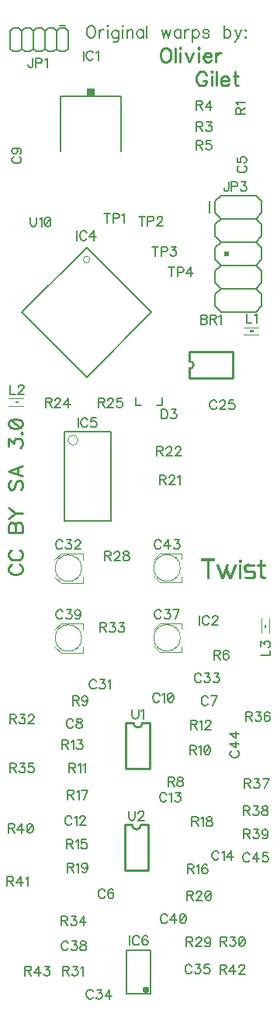
<source format=gto>
G04 DipTrace 3.2.0.1*
G04 Mwarp.GTO*
%MOIN*%
G04 #@! TF.FileFunction,Legend,Top*
G04 #@! TF.Part,Single*
%ADD10C,0.009843*%
%ADD12C,0.001*%
%ADD16C,0.008*%
%ADD20C,0.006*%
%ADD21O,0.03X0.028*%
%ADD29C,0.000013*%
%ADD30C,0.004*%
%ADD34C,0.005*%
%ADD35C,0.002756*%
%ADD78C,0.006176*%
%ADD79C,0.00772*%
%ADD80C,0.009264*%
%FSLAX26Y26*%
G04*
G70*
G90*
G75*
G01*
G04 TopSilk*
%LPD*%
X1209365Y3149420D2*
D10*
X1394413D1*
Y3257700D1*
Y3259662D2*
X1209365D1*
Y3220299D1*
Y3149420D2*
Y3188784D1*
G03X1209365Y3220299I1844J15758D01*
G01*
X631987Y2331640D2*
D29*
G02X631987Y2331640I57083J0D01*
G01*
X732372Y2294235D2*
D30*
G02X645769Y2294235I-43302J37399D01*
G01*
X732372Y2369044D2*
G03X643795Y2367066I-43476J-37384D01*
G01*
X752058Y2294235D2*
Y2268648D1*
X657576D1*
X630013Y2296213D1*
Y2367066D2*
X657576Y2394632D1*
X752058D1*
Y2369044D1*
X1055806Y2032821D2*
D29*
G02X1055806Y2032821I57083J0D01*
G01*
X1156191Y1995416D2*
D30*
G02X1069587Y1995416I-43302J37399D01*
G01*
X1156191Y2070226D2*
G03X1067613Y2068248I-43476J-37384D01*
G01*
X1175876Y1995416D2*
Y1969829D1*
X1081395D1*
X1053832Y1997394D1*
Y2068248D2*
X1081395Y2095813D1*
X1175876D1*
Y2070226D1*
X631987Y2031640D2*
D29*
G02X631987Y2031640I57083J0D01*
G01*
X732372Y1994235D2*
D30*
G02X645769Y1994235I-43302J37399D01*
G01*
X732372Y2069044D2*
G03X643795Y2067066I-43476J-37384D01*
G01*
X752058Y1994235D2*
Y1968648D1*
X657576D1*
X630013Y1996213D1*
Y2067066D2*
X657576Y2094632D1*
X752058D1*
Y2069044D1*
X1055806Y2332821D2*
D29*
G02X1055806Y2332821I57083J0D01*
G01*
X1156191Y2295416D2*
D30*
G02X1069587Y2295416I-43302J37399D01*
G01*
X1156191Y2370226D2*
G03X1067613Y2368248I-43476J-37384D01*
G01*
X1175876Y2295416D2*
Y2269829D1*
X1081395D1*
X1053832Y2297394D1*
Y2368248D2*
X1081395Y2395813D1*
X1175876D1*
Y2370226D1*
X1090489Y3064828D2*
D20*
Y3032839D1*
X1068488D1*
X978486D2*
Y3064828D1*
X1000487Y3032839D2*
X978486D1*
G36*
X768638Y4362895D2*
X802597D1*
Y4392924D1*
X768638D1*
Y4362895D1*
G37*
X656620Y4122933D2*
D16*
Y4358927D1*
X914641D1*
X914615Y4122933D1*
X753386Y3656993D2*
D29*
G02X753386Y3656993I14120J0D01*
G01*
X1045899Y3430736D2*
D34*
X767506Y3709139D1*
X489113Y3430736D1*
X767506Y3152334D1*
X1045899Y3430736D1*
X687845Y2881462D2*
D29*
G02X687845Y2881462I21004J0D01*
G01*
X670619Y2918470D2*
D20*
Y2536148D1*
X871106D1*
Y2918470D1*
X670619D1*
X687889Y4637892D2*
X675389Y4650391D1*
X650389D2*
X637889Y4637892D1*
X625389Y4650391D1*
X600389D2*
X587889Y4637892D1*
X575389Y4650391D1*
X550389D2*
X537889Y4637892D1*
X525389Y4650391D1*
X500389D2*
X487889Y4637892D1*
X687889D2*
Y4562888D1*
X675389Y4550390D1*
X650389D1*
X637889Y4562888D1*
X625389Y4550390D1*
X600389D1*
X587889Y4562888D1*
X575389Y4550390D1*
X550389D1*
X537889Y4562888D1*
X525389Y4550390D1*
X500389D1*
X487889Y4562888D1*
X637889D2*
Y4637892D1*
X587889Y4562888D2*
Y4637892D1*
X537889Y4562888D2*
Y4637892D1*
X487889Y4562888D2*
Y4637892D1*
X525389Y4650391D2*
X500389D1*
X575389D2*
X550389D1*
X625389D2*
X600389D1*
X675389D2*
X650389D1*
X487889Y4637892D2*
X475389Y4650391D1*
X450389D2*
X437889Y4637892D1*
X487889Y4562888D2*
X475389Y4550390D1*
X450389D1*
X437889Y4562888D1*
Y4637892D1*
X475389Y4650391D2*
X450389D1*
X675389Y4662890D2*
D16*
X650389D1*
G36*
X1379145Y3692140D2*
X1359165D1*
Y3672140D1*
X1379145D1*
Y3692140D1*
G37*
X1344135Y3932140D2*
D20*
X1319137Y3907140D1*
Y3857140D2*
X1344135Y3832140D1*
X1319137Y3807140D1*
Y3757140D2*
X1344135Y3732140D1*
X1319137Y3707140D1*
Y3657140D2*
X1344135Y3632140D1*
X1319137Y3607140D1*
Y3557140D2*
X1344135Y3532140D1*
Y3932140D2*
X1494142D1*
X1519140Y3907140D1*
Y3857140D1*
X1494142Y3832140D1*
X1519140Y3807140D1*
Y3757140D1*
X1494142Y3732140D1*
X1519140Y3707140D1*
Y3657140D1*
X1494142Y3632140D1*
X1519140Y3607140D1*
Y3557140D1*
X1494142Y3532140D1*
Y3832140D2*
X1344135D1*
X1494142Y3732140D2*
X1344135D1*
X1494142Y3632140D2*
X1344135D1*
X1494142Y3532140D2*
X1344135D1*
X1319137Y3607140D2*
Y3557140D1*
Y3707140D2*
Y3657140D1*
Y3807140D2*
Y3757140D1*
Y3907140D2*
Y3857140D1*
X1344135Y3532140D2*
X1319137Y3507140D1*
Y3457140D2*
X1344135Y3432140D1*
X1494142Y3532140D2*
X1519140Y3507140D1*
Y3457140D1*
X1494142Y3432140D1*
X1344135D1*
X1319137Y3507140D2*
Y3457140D1*
X1294140Y3907140D2*
D16*
Y3857140D1*
G36*
X1468522Y3346203D2*
X1484264D1*
Y3354089D1*
X1468522D1*
Y3346203D1*
G37*
X1503951Y3334392D2*
D35*
X1440964D1*
Y3365888D2*
X1503951D1*
G36*
X460522Y3040203D2*
X476264D1*
Y3048089D1*
X460522D1*
Y3040203D1*
G37*
X495951Y3028392D2*
D35*
X432964D1*
Y3059888D2*
X495951D1*
G36*
X1531952Y2089507D2*
X1539839D1*
Y2073765D1*
X1531952D1*
Y2089507D1*
G37*
X1520141Y2054078D2*
D35*
Y2117064D1*
X1551637D2*
Y2054078D1*
X936751Y1667567D2*
D10*
Y1470713D1*
X1039127Y1667567D2*
Y1470713D1*
X936751D2*
X1039127D1*
X968244Y1667567D2*
X936751D1*
X1007633D2*
X1039127D1*
X968244D2*
G03X1007633Y1667567I19694J9D01*
G01*
X930500Y1230067D2*
Y1033213D1*
X1032876Y1230067D2*
Y1033213D1*
X930500D2*
X1032876D1*
X961994Y1230067D2*
X930500D1*
X1001383D2*
X1032876D1*
X961994D2*
G03X1001383Y1230067I19694J9D01*
G01*
X939889Y692140D2*
D20*
X1041889D1*
Y506140D1*
X939889D1*
Y692140D1*
D21*
X1022889Y522140D3*
X1258663Y2373316D2*
D12*
X1316663D1*
X1258663Y2372316D2*
X1316663D1*
X1258663Y2371316D2*
X1316663D1*
X1258663Y2370316D2*
X1316663D1*
X1258663Y2369316D2*
X1316663D1*
X1258663Y2368316D2*
X1316663D1*
X1421663D2*
X1430663D1*
X1258663Y2367316D2*
X1316663D1*
X1421202D2*
X1431125D1*
X1512663D2*
X1518663D1*
X1258663Y2366316D2*
X1316663D1*
X1420915D2*
X1431412D1*
X1512663D2*
X1518663D1*
X1258663Y2365316D2*
X1316663D1*
X1420769D2*
X1431557D1*
X1512663D2*
X1518663D1*
X1283663Y2364316D2*
X1290663D1*
X1420705D2*
X1431622D1*
X1512659D2*
X1518663D1*
X1283663Y2363316D2*
X1290663D1*
X1420679D2*
X1431648D1*
X1512624D2*
X1518663D1*
X1283663Y2362316D2*
X1290663D1*
X1420673D2*
X1431654D1*
X1512497D2*
X1518663D1*
X1283663Y2361316D2*
X1290663D1*
X1420712D2*
X1431615D1*
X1512257D2*
X1518663D1*
X1283663Y2360316D2*
X1290663D1*
X1420816D2*
X1431511D1*
X1512001D2*
X1518663D1*
X1283663Y2359316D2*
X1290663D1*
X1421317D2*
X1431010D1*
X1511827D2*
X1518663D1*
X1283663Y2358316D2*
X1290663D1*
X1422414D2*
X1429912D1*
X1511734D2*
X1518663D1*
X1283663Y2357316D2*
X1290663D1*
X1423663D2*
X1428663D1*
X1511691D2*
X1518663D1*
X1283663Y2356316D2*
X1290663D1*
X1511670D2*
X1518663D1*
X1283663Y2355316D2*
X1290663D1*
X1511628D2*
X1518663D1*
X1283663Y2354316D2*
X1290663D1*
X1511498D2*
X1518663D1*
X1283663Y2353316D2*
X1290663D1*
X1511242D2*
X1518663D1*
X1283663Y2352316D2*
X1290663D1*
X1510821D2*
X1518663D1*
X1283663Y2351316D2*
X1290663D1*
X1510218D2*
X1518663D1*
X1283663Y2350316D2*
X1290663D1*
X1454663D2*
X1466663D1*
X1508146D2*
X1518663D1*
X1283663Y2349316D2*
X1290663D1*
X1323663D2*
X1331663D1*
X1366663D2*
X1375663D1*
X1402663D2*
X1411663D1*
X1421663D2*
X1429663D1*
X1451786D2*
X1481663D1*
X1505458D2*
X1536663D1*
X1283663Y2348316D2*
X1290663D1*
X1324009D2*
X1332279D1*
X1366509D2*
X1375318D1*
X1402283D2*
X1411047D1*
X1421663D2*
X1429663D1*
X1449414D2*
X1488663D1*
X1502951D2*
X1536663D1*
X1283663Y2347316D2*
X1290663D1*
X1324342D2*
X1332819D1*
X1366257D2*
X1374985D1*
X1401858D2*
X1410508D1*
X1421663D2*
X1429663D1*
X1447657D2*
X1488663D1*
X1500973D2*
X1536663D1*
X1283663Y2346316D2*
X1290663D1*
X1324659D2*
X1333258D1*
X1365963D2*
X1374668D1*
X1401424D2*
X1410069D1*
X1421663D2*
X1429663D1*
X1446434D2*
X1488663D1*
X1500170D2*
X1536663D1*
X1283663Y2345316D2*
X1290663D1*
X1325000D2*
X1333625D1*
X1365660D2*
X1374326D1*
X1401035D2*
X1409698D1*
X1421663D2*
X1429663D1*
X1445514D2*
X1488663D1*
X1499896D2*
X1536663D1*
X1283663Y2344316D2*
X1290663D1*
X1325336D2*
X1333987D1*
X1365324D2*
X1373991D1*
X1400685D2*
X1409304D1*
X1421663D2*
X1429663D1*
X1444761D2*
X1488663D1*
X1499758D2*
X1536663D1*
X1283663Y2343316D2*
X1290663D1*
X1325660D2*
X1334331D1*
X1364990D2*
X1373671D1*
X1400299D2*
X1408868D1*
X1421663D2*
X1429663D1*
X1444189D2*
X1488663D1*
X1499699D2*
X1536663D1*
X1283663Y2342316D2*
X1290663D1*
X1326034D2*
X1334658D1*
X1364671D2*
X1373328D1*
X1399866D2*
X1408429D1*
X1421663D2*
X1429663D1*
X1443754D2*
X1488663D1*
X1499675D2*
X1536663D1*
X1283663Y2341316D2*
X1290663D1*
X1326463D2*
X1335034D1*
X1364328D2*
X1372991D1*
X1399428D2*
X1408037D1*
X1421663D2*
X1429663D1*
X1443364D2*
X1452705D1*
X1510663D2*
X1518663D1*
X1283663Y2340316D2*
X1290663D1*
X1326899D2*
X1335463D1*
X1363991D2*
X1372671D1*
X1399037D2*
X1407690D1*
X1421663D2*
X1429663D1*
X1443042D2*
X1451873D1*
X1510663D2*
X1518663D1*
X1283663Y2339316D2*
X1290663D1*
X1327290D2*
X1335899D1*
X1363671D2*
X1372328D1*
X1398690D2*
X1407335D1*
X1421663D2*
X1429663D1*
X1442842D2*
X1451279D1*
X1510663D2*
X1518663D1*
X1283663Y2338316D2*
X1290663D1*
X1327637D2*
X1336290D1*
X1363328D2*
X1371991D1*
X1398335D2*
X1406994D1*
X1421663D2*
X1429663D1*
X1442739D2*
X1450941D1*
X1510663D2*
X1518663D1*
X1283663Y2337316D2*
X1290663D1*
X1327992D2*
X1336637D1*
X1362991D2*
X1371671D1*
X1397994D2*
X1406668D1*
X1421663D2*
X1429663D1*
X1442693D2*
X1450778D1*
X1510663D2*
X1518663D1*
X1283663Y2336316D2*
X1290663D1*
X1328333D2*
X1336992D1*
X1362671D2*
X1371332D1*
X1397668D2*
X1406293D1*
X1421663D2*
X1429663D1*
X1442674D2*
X1450708D1*
X1510663D2*
X1518663D1*
X1283663Y2335316D2*
X1290663D1*
X1328659D2*
X1337333D1*
X1362328D2*
X1371026D1*
X1397293D2*
X1405864D1*
X1421663D2*
X1429663D1*
X1442667D2*
X1450680D1*
X1510663D2*
X1518663D1*
X1283663Y2334316D2*
X1290663D1*
X1329034D2*
X1337659D1*
X1361991D2*
X1370798D1*
X1396864D2*
X1405428D1*
X1421663D2*
X1429663D1*
X1442665D2*
X1450669D1*
X1510663D2*
X1518663D1*
X1283663Y2333316D2*
X1290663D1*
X1329463D2*
X1338034D1*
X1361671D2*
X1370571D1*
X1396428D2*
X1405036D1*
X1421663D2*
X1429663D1*
X1442664D2*
X1450665D1*
X1510663D2*
X1518663D1*
X1283663Y2332316D2*
X1290663D1*
X1329899D2*
X1338463D1*
X1361332D2*
X1370291D1*
X1396036D2*
X1404689D1*
X1421663D2*
X1429663D1*
X1442663D2*
X1450664D1*
X1510663D2*
X1518663D1*
X1283663Y2331316D2*
X1290663D1*
X1330290D2*
X1338899D1*
X1361026D2*
X1370051D1*
X1395686D2*
X1404335D1*
X1421663D2*
X1429663D1*
X1442663D2*
X1450664D1*
X1510663D2*
X1518663D1*
X1283663Y2330316D2*
X1290663D1*
X1330637D2*
X1339290D1*
X1360798D2*
X1369919D1*
X1395300D2*
X1403994D1*
X1421663D2*
X1429663D1*
X1442663D2*
X1450663D1*
X1510663D2*
X1518663D1*
X1283663Y2329316D2*
X1290663D1*
X1330992D2*
X1339637D1*
X1360571D2*
X1370160D1*
X1394866D2*
X1403668D1*
X1421663D2*
X1429663D1*
X1442663D2*
X1450667D1*
X1510663D2*
X1518663D1*
X1283663Y2328316D2*
X1290663D1*
X1331333D2*
X1339992D1*
X1360283D2*
X1370516D1*
X1394428D2*
X1403293D1*
X1421663D2*
X1429663D1*
X1442663D2*
X1450702D1*
X1510663D2*
X1518663D1*
X1283663Y2327316D2*
X1290663D1*
X1331659D2*
X1340333D1*
X1359973D2*
X1370919D1*
X1394037D2*
X1402864D1*
X1421663D2*
X1429663D1*
X1442667D2*
X1450842D1*
X1510663D2*
X1518663D1*
X1283663Y2326316D2*
X1290663D1*
X1332034D2*
X1340659D1*
X1359664D2*
X1371298D1*
X1393690D2*
X1402428D1*
X1421663D2*
X1429663D1*
X1442702D2*
X1451095D1*
X1510663D2*
X1518663D1*
X1283663Y2325316D2*
X1290663D1*
X1332463D2*
X1341034D1*
X1359325D2*
X1371644D1*
X1393335D2*
X1402036D1*
X1421663D2*
X1429663D1*
X1442830D2*
X1451761D1*
X1510663D2*
X1518663D1*
X1283663Y2324316D2*
X1290663D1*
X1332899D2*
X1341463D1*
X1358990D2*
X1372028D1*
X1392994D2*
X1401686D1*
X1421663D2*
X1429663D1*
X1443073D2*
X1453288D1*
X1510663D2*
X1518663D1*
X1283663Y2323316D2*
X1290663D1*
X1333290D2*
X1341899D1*
X1358671D2*
X1372464D1*
X1392668D2*
X1401300D1*
X1421663D2*
X1429663D1*
X1443365D2*
X1455340D1*
X1510663D2*
X1518663D1*
X1283663Y2322316D2*
X1290663D1*
X1333637D2*
X1342290D1*
X1358328D2*
X1372933D1*
X1392293D2*
X1400866D1*
X1421663D2*
X1429663D1*
X1443671D2*
X1481663D1*
X1510663D2*
X1518663D1*
X1283663Y2321316D2*
X1290663D1*
X1333992D2*
X1342637D1*
X1357991D2*
X1373422D1*
X1391864D2*
X1400428D1*
X1421663D2*
X1429663D1*
X1444042D2*
X1483737D1*
X1510663D2*
X1518663D1*
X1283663Y2320316D2*
X1290663D1*
X1334333D2*
X1342992D1*
X1357671D2*
X1373916D1*
X1391428D2*
X1400037D1*
X1421663D2*
X1429663D1*
X1444511D2*
X1485524D1*
X1510663D2*
X1518663D1*
X1283663Y2319316D2*
X1290663D1*
X1334659D2*
X1343333D1*
X1357328D2*
X1374415D1*
X1391036D2*
X1399690D1*
X1421663D2*
X1429663D1*
X1445148D2*
X1486943D1*
X1510663D2*
X1518663D1*
X1283663Y2318316D2*
X1290663D1*
X1335034D2*
X1343655D1*
X1356991D2*
X1374913D1*
X1390686D2*
X1399335D1*
X1421663D2*
X1429663D1*
X1446076D2*
X1487972D1*
X1510663D2*
X1518663D1*
X1283663Y2317316D2*
X1290663D1*
X1335463D2*
X1343999D1*
X1356671D2*
X1364625D1*
X1366822D2*
X1375410D1*
X1390300D2*
X1398994D1*
X1421663D2*
X1429663D1*
X1447360D2*
X1488729D1*
X1510663D2*
X1518663D1*
X1283663Y2316316D2*
X1290663D1*
X1335899D2*
X1344335D1*
X1356328D2*
X1364497D1*
X1367105D2*
X1375878D1*
X1389866D2*
X1398668D1*
X1421663D2*
X1429663D1*
X1448946D2*
X1489339D1*
X1510663D2*
X1518663D1*
X1283663Y2315316D2*
X1290663D1*
X1336290D2*
X1344660D1*
X1355991D2*
X1364253D1*
X1367495D2*
X1376282D1*
X1389428D2*
X1398293D1*
X1421663D2*
X1429663D1*
X1450663D2*
X1489852D1*
X1510663D2*
X1518663D1*
X1283663Y2314316D2*
X1290663D1*
X1336637D2*
X1345034D1*
X1355671D2*
X1363962D1*
X1367945D2*
X1376638D1*
X1389037D2*
X1397864D1*
X1421663D2*
X1429663D1*
X1478266D2*
X1490273D1*
X1510663D2*
X1518663D1*
X1283663Y2313316D2*
X1290663D1*
X1336992D2*
X1345463D1*
X1355328D2*
X1363660D1*
X1368422D2*
X1377026D1*
X1388690D2*
X1397428D1*
X1421663D2*
X1429663D1*
X1480397D2*
X1490631D1*
X1510663D2*
X1518663D1*
X1283663Y2312316D2*
X1290663D1*
X1337333D2*
X1345899D1*
X1354991D2*
X1363324D1*
X1368882D2*
X1377464D1*
X1388335D2*
X1397036D1*
X1421663D2*
X1429663D1*
X1482108D2*
X1490986D1*
X1510663D2*
X1518663D1*
X1283663Y2311316D2*
X1290663D1*
X1337659D2*
X1346290D1*
X1354671D2*
X1362990D1*
X1369284D2*
X1377933D1*
X1387994D2*
X1396686D1*
X1421663D2*
X1429663D1*
X1482988D2*
X1491293D1*
X1510663D2*
X1518663D1*
X1283663Y2310316D2*
X1290663D1*
X1338034D2*
X1346637D1*
X1354328D2*
X1362671D1*
X1369639D2*
X1378421D1*
X1387668D2*
X1396300D1*
X1421663D2*
X1429663D1*
X1483339D2*
X1491488D1*
X1510663D2*
X1518663D1*
X1283663Y2309316D2*
X1290663D1*
X1338463D2*
X1346992D1*
X1353991D2*
X1362328D1*
X1370026D2*
X1378916D1*
X1387293D2*
X1395866D1*
X1421663D2*
X1429663D1*
X1483527D2*
X1491589D1*
X1510663D2*
X1518663D1*
X1283663Y2308316D2*
X1290663D1*
X1338899D2*
X1347333D1*
X1353671D2*
X1361991D1*
X1370464D2*
X1379415D1*
X1386864D2*
X1395428D1*
X1421663D2*
X1429663D1*
X1483610D2*
X1491634D1*
X1510663D2*
X1518663D1*
X1283663Y2307316D2*
X1290663D1*
X1339290D2*
X1347659D1*
X1353328D2*
X1361671D1*
X1370933D2*
X1379913D1*
X1386428D2*
X1395037D1*
X1421663D2*
X1429663D1*
X1483644D2*
X1491652D1*
X1510667D2*
X1518667D1*
X1283663Y2306316D2*
X1290663D1*
X1339637D2*
X1348034D1*
X1352991D2*
X1361328D1*
X1371421D2*
X1380414D1*
X1386036D2*
X1394690D1*
X1421663D2*
X1429663D1*
X1483657D2*
X1491659D1*
X1510702D2*
X1518702D1*
X1283663Y2305316D2*
X1290663D1*
X1339992D2*
X1348467D1*
X1352667D2*
X1360991D1*
X1371916D2*
X1380921D1*
X1385686D2*
X1394335D1*
X1421663D2*
X1429663D1*
X1483661D2*
X1491662D1*
X1510830D2*
X1518830D1*
X1283663Y2304316D2*
X1290663D1*
X1340333D2*
X1348937D1*
X1352290D2*
X1360671D1*
X1372415D2*
X1381495D1*
X1385297D2*
X1393994D1*
X1421663D2*
X1429663D1*
X1483663D2*
X1491663D1*
X1511069D2*
X1519073D1*
X1283663Y2303316D2*
X1290663D1*
X1340659D2*
X1349451D1*
X1351831D2*
X1360328D1*
X1372913D2*
X1382277D1*
X1384834D2*
X1393668D1*
X1421663D2*
X1429663D1*
X1483663D2*
X1491663D1*
X1511326D2*
X1519365D1*
X1283663Y2302316D2*
X1290663D1*
X1341034D2*
X1350029D1*
X1351281D2*
X1359991D1*
X1373410D2*
X1383377D1*
X1384281D2*
X1393293D1*
X1421663D2*
X1429663D1*
X1483659D2*
X1491663D1*
X1511504D2*
X1519671D1*
X1283663Y2301316D2*
X1290663D1*
X1341463D2*
X1359671D1*
X1373878D2*
X1392864D1*
X1421663D2*
X1429663D1*
X1483620D2*
X1491663D1*
X1511632D2*
X1520046D1*
X1283663Y2300316D2*
X1290663D1*
X1341899D2*
X1359328D1*
X1374282D2*
X1392428D1*
X1421663D2*
X1429663D1*
X1483450D2*
X1491659D1*
X1511802D2*
X1520554D1*
X1283663Y2299316D2*
X1290663D1*
X1342290D2*
X1358991D1*
X1374638D2*
X1392036D1*
X1421663D2*
X1429663D1*
X1483126D2*
X1491624D1*
X1512063D2*
X1521199D1*
X1283663Y2298316D2*
X1290663D1*
X1342637D2*
X1358671D1*
X1375026D2*
X1391689D1*
X1421663D2*
X1429663D1*
X1482207D2*
X1491497D1*
X1512361D2*
X1522694D1*
X1283663Y2297316D2*
X1290663D1*
X1342992D2*
X1358328D1*
X1375464D2*
X1391335D1*
X1421663D2*
X1429663D1*
X1480945D2*
X1491253D1*
X1512669D2*
X1524830D1*
X1283663Y2296316D2*
X1290663D1*
X1343333D2*
X1357991D1*
X1375933D2*
X1390994D1*
X1421663D2*
X1429663D1*
X1479373D2*
X1490962D1*
X1513041D2*
X1527569D1*
X1283663Y2295316D2*
X1290663D1*
X1343659D2*
X1357671D1*
X1376421D2*
X1390668D1*
X1421663D2*
X1429663D1*
X1444663D2*
X1490656D1*
X1513507D2*
X1530440D1*
X1283663Y2294316D2*
X1290663D1*
X1344034D2*
X1357328D1*
X1376916D2*
X1390293D1*
X1421663D2*
X1429663D1*
X1444663D2*
X1490285D1*
X1514105D2*
X1532787D1*
X1283663Y2293316D2*
X1290663D1*
X1344463D2*
X1356991D1*
X1377415D2*
X1389864D1*
X1421663D2*
X1429663D1*
X1444671D2*
X1489816D1*
X1514871D2*
X1534552D1*
X1283663Y2292316D2*
X1290663D1*
X1344899D2*
X1356671D1*
X1377913D2*
X1389428D1*
X1421663D2*
X1429663D1*
X1444695D2*
X1489179D1*
X1515796D2*
X1535235D1*
X1283663Y2291316D2*
X1290663D1*
X1345293D2*
X1356332D1*
X1378411D2*
X1389033D1*
X1421663D2*
X1429663D1*
X1445062D2*
X1488238D1*
X1516948D2*
X1535467D1*
X1283663Y2290316D2*
X1290663D1*
X1345668D2*
X1356028D1*
X1378884D2*
X1388659D1*
X1421663D2*
X1429663D1*
X1447370D2*
X1486837D1*
X1518484D2*
X1535584D1*
X1283663Y2289316D2*
X1290663D1*
X1346127D2*
X1355819D1*
X1379300D2*
X1388200D1*
X1421663D2*
X1429663D1*
X1451451D2*
X1484764D1*
X1520457D2*
X1535635D1*
X1283663Y2288316D2*
X1290663D1*
X1346663D2*
X1355663D1*
X1379663D2*
X1387663D1*
X1421663D2*
X1429663D1*
X1456663D2*
X1481931D1*
X1522663D2*
X1535663D1*
X1472663Y2287316D2*
X1478663D1*
X1258663Y2373316D2*
Y2372316D1*
Y2371316D1*
Y2370316D1*
Y2369316D1*
Y2368316D1*
Y2367316D1*
Y2366316D1*
Y2365316D1*
X1316663Y2373316D2*
Y2372316D1*
Y2371316D1*
Y2370316D1*
Y2369316D1*
Y2368316D1*
Y2367316D1*
Y2366316D1*
Y2365316D1*
X1421663Y2368316D2*
X1421202Y2367316D1*
X1420915Y2366316D1*
X1420769Y2365316D1*
X1420705Y2364316D1*
X1420679Y2363316D1*
X1420673Y2362316D1*
X1420712Y2361316D1*
X1420816Y2360316D1*
X1421317Y2359316D1*
X1422414Y2358316D1*
X1423663Y2357316D1*
X1430663Y2368316D2*
X1431125Y2367316D1*
X1431412Y2366316D1*
X1431557Y2365316D1*
X1431622Y2364316D1*
X1431648Y2363316D1*
X1431654Y2362316D1*
X1431615Y2361316D1*
X1431511Y2360316D1*
X1431010Y2359316D1*
X1429912Y2358316D1*
X1428663Y2357316D1*
X1512663Y2367316D2*
Y2366316D1*
Y2365316D1*
X1512659Y2364316D1*
X1512624Y2363316D1*
X1512497Y2362316D1*
X1512257Y2361316D1*
X1512001Y2360316D1*
X1511827Y2359316D1*
X1511734Y2358316D1*
X1511691Y2357316D1*
X1511670Y2356316D1*
X1511628Y2355316D1*
X1511498Y2354316D1*
X1511242Y2353316D1*
X1510821Y2352316D1*
X1510218Y2351316D1*
X1508146Y2350316D1*
X1505458Y2349316D1*
X1502951Y2348316D1*
X1500973Y2347316D1*
X1500170Y2346316D1*
X1499896Y2345316D1*
X1499758Y2344316D1*
X1499699Y2343316D1*
X1499675Y2342316D1*
X1499663Y2341316D1*
X1510663D1*
Y2340316D1*
Y2339316D1*
Y2338316D1*
Y2337316D1*
Y2336316D1*
Y2335316D1*
Y2334316D1*
Y2333316D1*
Y2332316D1*
Y2331316D1*
Y2330316D1*
Y2329316D1*
Y2328316D1*
Y2327316D1*
Y2326316D1*
Y2325316D1*
Y2324316D1*
Y2323316D1*
Y2322316D1*
Y2321316D1*
Y2320316D1*
Y2319316D1*
Y2318316D1*
Y2317316D1*
Y2316316D1*
Y2315316D1*
Y2314316D1*
Y2313316D1*
Y2312316D1*
Y2311316D1*
Y2310316D1*
Y2309316D1*
Y2308316D1*
X1510667Y2307316D1*
X1510702Y2306316D1*
X1510830Y2305316D1*
X1511069Y2304316D1*
X1511326Y2303316D1*
X1511504Y2302316D1*
X1511632Y2301316D1*
X1511802Y2300316D1*
X1512063Y2299316D1*
X1512361Y2298316D1*
X1512669Y2297316D1*
X1513041Y2296316D1*
X1513507Y2295316D1*
X1514105Y2294316D1*
X1514871Y2293316D1*
X1515796Y2292316D1*
X1516948Y2291316D1*
X1518484Y2290316D1*
X1520457Y2289316D1*
X1522663Y2288316D1*
X1518663Y2367316D2*
Y2366316D1*
Y2365316D1*
Y2364316D1*
Y2363316D1*
Y2362316D1*
Y2361316D1*
Y2360316D1*
Y2359316D1*
Y2358316D1*
Y2357316D1*
Y2356316D1*
Y2355316D1*
Y2354316D1*
Y2353316D1*
Y2352316D1*
Y2351316D1*
Y2350316D1*
Y2349316D1*
X1283663Y2365316D2*
Y2364316D1*
Y2363316D1*
Y2362316D1*
Y2361316D1*
Y2360316D1*
Y2359316D1*
Y2358316D1*
Y2357316D1*
Y2356316D1*
Y2355316D1*
Y2354316D1*
Y2353316D1*
Y2352316D1*
Y2351316D1*
Y2350316D1*
Y2349316D1*
Y2348316D1*
Y2347316D1*
Y2346316D1*
Y2345316D1*
Y2344316D1*
Y2343316D1*
Y2342316D1*
Y2341316D1*
Y2340316D1*
Y2339316D1*
Y2338316D1*
Y2337316D1*
Y2336316D1*
Y2335316D1*
Y2334316D1*
Y2333316D1*
Y2332316D1*
Y2331316D1*
Y2330316D1*
Y2329316D1*
Y2328316D1*
Y2327316D1*
Y2326316D1*
Y2325316D1*
Y2324316D1*
Y2323316D1*
Y2322316D1*
Y2321316D1*
Y2320316D1*
Y2319316D1*
Y2318316D1*
Y2317316D1*
Y2316316D1*
Y2315316D1*
Y2314316D1*
Y2313316D1*
Y2312316D1*
Y2311316D1*
Y2310316D1*
Y2309316D1*
Y2308316D1*
Y2307316D1*
Y2306316D1*
Y2305316D1*
Y2304316D1*
Y2303316D1*
Y2302316D1*
Y2301316D1*
Y2300316D1*
Y2299316D1*
Y2298316D1*
Y2297316D1*
Y2296316D1*
Y2295316D1*
Y2294316D1*
Y2293316D1*
Y2292316D1*
Y2291316D1*
Y2290316D1*
Y2289316D1*
Y2288316D1*
X1290663Y2365316D2*
Y2364316D1*
Y2363316D1*
Y2362316D1*
Y2361316D1*
Y2360316D1*
Y2359316D1*
Y2358316D1*
Y2357316D1*
Y2356316D1*
Y2355316D1*
Y2354316D1*
Y2353316D1*
Y2352316D1*
Y2351316D1*
Y2350316D1*
Y2349316D1*
Y2348316D1*
Y2347316D1*
Y2346316D1*
Y2345316D1*
Y2344316D1*
Y2343316D1*
Y2342316D1*
Y2341316D1*
Y2340316D1*
Y2339316D1*
Y2338316D1*
Y2337316D1*
Y2336316D1*
Y2335316D1*
Y2334316D1*
Y2333316D1*
Y2332316D1*
Y2331316D1*
Y2330316D1*
Y2329316D1*
Y2328316D1*
Y2327316D1*
Y2326316D1*
Y2325316D1*
Y2324316D1*
Y2323316D1*
Y2322316D1*
Y2321316D1*
Y2320316D1*
Y2319316D1*
Y2318316D1*
Y2317316D1*
Y2316316D1*
Y2315316D1*
Y2314316D1*
Y2313316D1*
Y2312316D1*
Y2311316D1*
Y2310316D1*
Y2309316D1*
Y2308316D1*
Y2307316D1*
Y2306316D1*
Y2305316D1*
Y2304316D1*
Y2303316D1*
Y2302316D1*
Y2301316D1*
Y2300316D1*
Y2299316D1*
Y2298316D1*
Y2297316D1*
Y2296316D1*
Y2295316D1*
Y2294316D1*
Y2293316D1*
Y2292316D1*
Y2291316D1*
Y2290316D1*
Y2289316D1*
Y2288316D1*
X1454663Y2350316D2*
X1451786Y2349316D1*
X1449414Y2348316D1*
X1447657Y2347316D1*
X1446434Y2346316D1*
X1445514Y2345316D1*
X1444761Y2344316D1*
X1444189Y2343316D1*
X1443754Y2342316D1*
X1443364Y2341316D1*
X1443042Y2340316D1*
X1442842Y2339316D1*
X1442739Y2338316D1*
X1442693Y2337316D1*
X1442674Y2336316D1*
X1442667Y2335316D1*
X1442665Y2334316D1*
X1442664Y2333316D1*
X1442663Y2332316D1*
Y2331316D1*
Y2330316D1*
Y2329316D1*
Y2328316D1*
X1442667Y2327316D1*
X1442702Y2326316D1*
X1442830Y2325316D1*
X1443073Y2324316D1*
X1443365Y2323316D1*
X1443671Y2322316D1*
X1444042Y2321316D1*
X1444511Y2320316D1*
X1445148Y2319316D1*
X1446076Y2318316D1*
X1447360Y2317316D1*
X1448946Y2316316D1*
X1450663Y2315316D1*
X1466663Y2350316D2*
Y2349316D1*
X1323663D2*
X1324009Y2348316D1*
X1324342Y2347316D1*
X1324659Y2346316D1*
X1325000Y2345316D1*
X1325336Y2344316D1*
X1325660Y2343316D1*
X1326034Y2342316D1*
X1326463Y2341316D1*
X1326899Y2340316D1*
X1327290Y2339316D1*
X1327637Y2338316D1*
X1327992Y2337316D1*
X1328333Y2336316D1*
X1328659Y2335316D1*
X1329034Y2334316D1*
X1329463Y2333316D1*
X1329899Y2332316D1*
X1330290Y2331316D1*
X1330637Y2330316D1*
X1330992Y2329316D1*
X1331333Y2328316D1*
X1331659Y2327316D1*
X1332034Y2326316D1*
X1332463Y2325316D1*
X1332899Y2324316D1*
X1333290Y2323316D1*
X1333637Y2322316D1*
X1333992Y2321316D1*
X1334333Y2320316D1*
X1334659Y2319316D1*
X1335034Y2318316D1*
X1335463Y2317316D1*
X1335899Y2316316D1*
X1336290Y2315316D1*
X1336637Y2314316D1*
X1336992Y2313316D1*
X1337333Y2312316D1*
X1337659Y2311316D1*
X1338034Y2310316D1*
X1338463Y2309316D1*
X1338899Y2308316D1*
X1339290Y2307316D1*
X1339637Y2306316D1*
X1339992Y2305316D1*
X1340333Y2304316D1*
X1340659Y2303316D1*
X1341034Y2302316D1*
X1341463Y2301316D1*
X1341899Y2300316D1*
X1342290Y2299316D1*
X1342637Y2298316D1*
X1342992Y2297316D1*
X1343333Y2296316D1*
X1343659Y2295316D1*
X1344034Y2294316D1*
X1344463Y2293316D1*
X1344899Y2292316D1*
X1345293Y2291316D1*
X1345668Y2290316D1*
X1346127Y2289316D1*
X1346663Y2288316D1*
X1331663Y2349316D2*
X1332279Y2348316D1*
X1332819Y2347316D1*
X1333258Y2346316D1*
X1333625Y2345316D1*
X1333987Y2344316D1*
X1334331Y2343316D1*
X1334658Y2342316D1*
X1335034Y2341316D1*
X1335463Y2340316D1*
X1335899Y2339316D1*
X1336290Y2338316D1*
X1336637Y2337316D1*
X1336992Y2336316D1*
X1337333Y2335316D1*
X1337659Y2334316D1*
X1338034Y2333316D1*
X1338463Y2332316D1*
X1338899Y2331316D1*
X1339290Y2330316D1*
X1339637Y2329316D1*
X1339992Y2328316D1*
X1340333Y2327316D1*
X1340659Y2326316D1*
X1341034Y2325316D1*
X1341463Y2324316D1*
X1341899Y2323316D1*
X1342290Y2322316D1*
X1342637Y2321316D1*
X1342992Y2320316D1*
X1343333Y2319316D1*
X1343655Y2318316D1*
X1343999Y2317316D1*
X1344335Y2316316D1*
X1344660Y2315316D1*
X1345034Y2314316D1*
X1345463Y2313316D1*
X1345899Y2312316D1*
X1346290Y2311316D1*
X1346637Y2310316D1*
X1346992Y2309316D1*
X1347333Y2308316D1*
X1347659Y2307316D1*
X1348034Y2306316D1*
X1348467Y2305316D1*
X1348937Y2304316D1*
X1349451Y2303316D1*
X1350029Y2302316D1*
X1350663Y2301316D1*
X1366663Y2349316D2*
X1366509Y2348316D1*
X1366257Y2347316D1*
X1365963Y2346316D1*
X1365660Y2345316D1*
X1365324Y2344316D1*
X1364990Y2343316D1*
X1364671Y2342316D1*
X1364328Y2341316D1*
X1363991Y2340316D1*
X1363671Y2339316D1*
X1363328Y2338316D1*
X1362991Y2337316D1*
X1362671Y2336316D1*
X1362328Y2335316D1*
X1361991Y2334316D1*
X1361671Y2333316D1*
X1361332Y2332316D1*
X1361026Y2331316D1*
X1360798Y2330316D1*
X1360571Y2329316D1*
X1360283Y2328316D1*
X1359973Y2327316D1*
X1359664Y2326316D1*
X1359325Y2325316D1*
X1358990Y2324316D1*
X1358671Y2323316D1*
X1358328Y2322316D1*
X1357991Y2321316D1*
X1357671Y2320316D1*
X1357328Y2319316D1*
X1356991Y2318316D1*
X1356671Y2317316D1*
X1356328Y2316316D1*
X1355991Y2315316D1*
X1355671Y2314316D1*
X1355328Y2313316D1*
X1354991Y2312316D1*
X1354671Y2311316D1*
X1354328Y2310316D1*
X1353991Y2309316D1*
X1353671Y2308316D1*
X1353328Y2307316D1*
X1352991Y2306316D1*
X1352667Y2305316D1*
X1352290Y2304316D1*
X1351831Y2303316D1*
X1351281Y2302316D1*
X1350663Y2301316D1*
X1375663Y2349316D2*
X1375318Y2348316D1*
X1374985Y2347316D1*
X1374668Y2346316D1*
X1374326Y2345316D1*
X1373991Y2344316D1*
X1373671Y2343316D1*
X1373328Y2342316D1*
X1372991Y2341316D1*
X1372671Y2340316D1*
X1372328Y2339316D1*
X1371991Y2338316D1*
X1371671Y2337316D1*
X1371332Y2336316D1*
X1371026Y2335316D1*
X1370798Y2334316D1*
X1370571Y2333316D1*
X1370291Y2332316D1*
X1370051Y2331316D1*
X1369919Y2330316D1*
X1370160Y2329316D1*
X1370516Y2328316D1*
X1370919Y2327316D1*
X1371298Y2326316D1*
X1371644Y2325316D1*
X1372028Y2324316D1*
X1372464Y2323316D1*
X1372933Y2322316D1*
X1373422Y2321316D1*
X1373916Y2320316D1*
X1374415Y2319316D1*
X1374913Y2318316D1*
X1375410Y2317316D1*
X1375878Y2316316D1*
X1376282Y2315316D1*
X1376638Y2314316D1*
X1377026Y2313316D1*
X1377464Y2312316D1*
X1377933Y2311316D1*
X1378421Y2310316D1*
X1378916Y2309316D1*
X1379415Y2308316D1*
X1379913Y2307316D1*
X1380414Y2306316D1*
X1380921Y2305316D1*
X1381495Y2304316D1*
X1382277Y2303316D1*
X1383377Y2302316D1*
X1384663Y2301316D1*
X1402663Y2349316D2*
X1402283Y2348316D1*
X1401858Y2347316D1*
X1401424Y2346316D1*
X1401035Y2345316D1*
X1400685Y2344316D1*
X1400299Y2343316D1*
X1399866Y2342316D1*
X1399428Y2341316D1*
X1399037Y2340316D1*
X1398690Y2339316D1*
X1398335Y2338316D1*
X1397994Y2337316D1*
X1397668Y2336316D1*
X1397293Y2335316D1*
X1396864Y2334316D1*
X1396428Y2333316D1*
X1396036Y2332316D1*
X1395686Y2331316D1*
X1395300Y2330316D1*
X1394866Y2329316D1*
X1394428Y2328316D1*
X1394037Y2327316D1*
X1393690Y2326316D1*
X1393335Y2325316D1*
X1392994Y2324316D1*
X1392668Y2323316D1*
X1392293Y2322316D1*
X1391864Y2321316D1*
X1391428Y2320316D1*
X1391036Y2319316D1*
X1390686Y2318316D1*
X1390300Y2317316D1*
X1389866Y2316316D1*
X1389428Y2315316D1*
X1389037Y2314316D1*
X1388690Y2313316D1*
X1388335Y2312316D1*
X1387994Y2311316D1*
X1387668Y2310316D1*
X1387293Y2309316D1*
X1386864Y2308316D1*
X1386428Y2307316D1*
X1386036Y2306316D1*
X1385686Y2305316D1*
X1385297Y2304316D1*
X1384834Y2303316D1*
X1384281Y2302316D1*
X1383663Y2301316D1*
X1411663Y2349316D2*
X1411047Y2348316D1*
X1410508Y2347316D1*
X1410069Y2346316D1*
X1409698Y2345316D1*
X1409304Y2344316D1*
X1408868Y2343316D1*
X1408429Y2342316D1*
X1408037Y2341316D1*
X1407690Y2340316D1*
X1407335Y2339316D1*
X1406994Y2338316D1*
X1406668Y2337316D1*
X1406293Y2336316D1*
X1405864Y2335316D1*
X1405428Y2334316D1*
X1405036Y2333316D1*
X1404689Y2332316D1*
X1404335Y2331316D1*
X1403994Y2330316D1*
X1403668Y2329316D1*
X1403293Y2328316D1*
X1402864Y2327316D1*
X1402428Y2326316D1*
X1402036Y2325316D1*
X1401686Y2324316D1*
X1401300Y2323316D1*
X1400866Y2322316D1*
X1400428Y2321316D1*
X1400037Y2320316D1*
X1399690Y2319316D1*
X1399335Y2318316D1*
X1398994Y2317316D1*
X1398668Y2316316D1*
X1398293Y2315316D1*
X1397864Y2314316D1*
X1397428Y2313316D1*
X1397036Y2312316D1*
X1396686Y2311316D1*
X1396300Y2310316D1*
X1395866Y2309316D1*
X1395428Y2308316D1*
X1395037Y2307316D1*
X1394690Y2306316D1*
X1394335Y2305316D1*
X1393994Y2304316D1*
X1393668Y2303316D1*
X1393293Y2302316D1*
X1392864Y2301316D1*
X1392428Y2300316D1*
X1392036Y2299316D1*
X1391689Y2298316D1*
X1391335Y2297316D1*
X1390994Y2296316D1*
X1390668Y2295316D1*
X1390293Y2294316D1*
X1389864Y2293316D1*
X1389428Y2292316D1*
X1389033Y2291316D1*
X1388659Y2290316D1*
X1388200Y2289316D1*
X1387663Y2288316D1*
X1421663Y2349316D2*
Y2348316D1*
Y2347316D1*
Y2346316D1*
Y2345316D1*
Y2344316D1*
Y2343316D1*
Y2342316D1*
Y2341316D1*
Y2340316D1*
Y2339316D1*
Y2338316D1*
Y2337316D1*
Y2336316D1*
Y2335316D1*
Y2334316D1*
Y2333316D1*
Y2332316D1*
Y2331316D1*
Y2330316D1*
Y2329316D1*
Y2328316D1*
Y2327316D1*
Y2326316D1*
Y2325316D1*
Y2324316D1*
Y2323316D1*
Y2322316D1*
Y2321316D1*
Y2320316D1*
Y2319316D1*
Y2318316D1*
Y2317316D1*
Y2316316D1*
Y2315316D1*
Y2314316D1*
Y2313316D1*
Y2312316D1*
Y2311316D1*
Y2310316D1*
Y2309316D1*
Y2308316D1*
Y2307316D1*
Y2306316D1*
Y2305316D1*
Y2304316D1*
Y2303316D1*
Y2302316D1*
Y2301316D1*
Y2300316D1*
Y2299316D1*
Y2298316D1*
Y2297316D1*
Y2296316D1*
Y2295316D1*
Y2294316D1*
Y2293316D1*
Y2292316D1*
Y2291316D1*
Y2290316D1*
Y2289316D1*
Y2288316D1*
X1429663Y2349316D2*
Y2348316D1*
Y2347316D1*
Y2346316D1*
Y2345316D1*
Y2344316D1*
Y2343316D1*
Y2342316D1*
Y2341316D1*
Y2340316D1*
Y2339316D1*
Y2338316D1*
Y2337316D1*
Y2336316D1*
Y2335316D1*
Y2334316D1*
Y2333316D1*
Y2332316D1*
Y2331316D1*
Y2330316D1*
Y2329316D1*
Y2328316D1*
Y2327316D1*
Y2326316D1*
Y2325316D1*
Y2324316D1*
Y2323316D1*
Y2322316D1*
Y2321316D1*
Y2320316D1*
Y2319316D1*
Y2318316D1*
Y2317316D1*
Y2316316D1*
Y2315316D1*
Y2314316D1*
Y2313316D1*
Y2312316D1*
Y2311316D1*
Y2310316D1*
Y2309316D1*
Y2308316D1*
Y2307316D1*
Y2306316D1*
Y2305316D1*
Y2304316D1*
Y2303316D1*
Y2302316D1*
Y2301316D1*
Y2300316D1*
Y2299316D1*
Y2298316D1*
Y2297316D1*
Y2296316D1*
Y2295316D1*
Y2294316D1*
Y2293316D1*
Y2292316D1*
Y2291316D1*
Y2290316D1*
Y2289316D1*
Y2288316D1*
X1481663Y2349316D2*
X1488663Y2348316D1*
Y2347316D1*
Y2346316D1*
Y2345316D1*
Y2344316D1*
Y2343316D1*
Y2342316D1*
X1536663Y2349316D2*
Y2348316D1*
Y2347316D1*
Y2346316D1*
Y2345316D1*
Y2344316D1*
Y2343316D1*
Y2342316D1*
X1453663D2*
X1452705Y2341316D1*
X1451873Y2340316D1*
X1451279Y2339316D1*
X1450941Y2338316D1*
X1450778Y2337316D1*
X1450708Y2336316D1*
X1450680Y2335316D1*
X1450669Y2334316D1*
X1450665Y2333316D1*
X1450664Y2332316D1*
Y2331316D1*
X1450663Y2330316D1*
X1450667Y2329316D1*
X1450702Y2328316D1*
X1450842Y2327316D1*
X1451095Y2326316D1*
X1451761Y2325316D1*
X1453288Y2324316D1*
X1455340Y2323316D1*
X1457663Y2322316D1*
X1518663Y2342316D2*
Y2341316D1*
Y2340316D1*
Y2339316D1*
Y2338316D1*
Y2337316D1*
Y2336316D1*
Y2335316D1*
Y2334316D1*
Y2333316D1*
Y2332316D1*
Y2331316D1*
Y2330316D1*
Y2329316D1*
Y2328316D1*
Y2327316D1*
Y2326316D1*
Y2325316D1*
Y2324316D1*
Y2323316D1*
Y2322316D1*
Y2321316D1*
Y2320316D1*
Y2319316D1*
Y2318316D1*
Y2317316D1*
Y2316316D1*
Y2315316D1*
Y2314316D1*
Y2313316D1*
Y2312316D1*
Y2311316D1*
Y2310316D1*
Y2309316D1*
Y2308316D1*
X1518667Y2307316D1*
X1518702Y2306316D1*
X1518830Y2305316D1*
X1519073Y2304316D1*
X1519365Y2303316D1*
X1519671Y2302316D1*
X1520046Y2301316D1*
X1520554Y2300316D1*
X1521199Y2299316D1*
X1522694Y2298316D1*
X1524830Y2297316D1*
X1527569Y2296316D1*
X1530440Y2295316D1*
X1532787Y2294316D1*
X1534552Y2293316D1*
X1535235Y2292316D1*
X1535467Y2291316D1*
X1535584Y2290316D1*
X1535635Y2289316D1*
X1535663Y2288316D1*
X1481663Y2322316D2*
X1483737Y2321316D1*
X1485524Y2320316D1*
X1486943Y2319316D1*
X1487972Y2318316D1*
X1488729Y2317316D1*
X1489339Y2316316D1*
X1489852Y2315316D1*
X1490273Y2314316D1*
X1490631Y2313316D1*
X1490986Y2312316D1*
X1491293Y2311316D1*
X1491488Y2310316D1*
X1491589Y2309316D1*
X1491634Y2308316D1*
X1491652Y2307316D1*
X1491659Y2306316D1*
X1491662Y2305316D1*
X1491663Y2304316D1*
Y2303316D1*
Y2302316D1*
Y2301316D1*
X1491659Y2300316D1*
X1491624Y2299316D1*
X1491497Y2298316D1*
X1491253Y2297316D1*
X1490962Y2296316D1*
X1490656Y2295316D1*
X1490285Y2294316D1*
X1489816Y2293316D1*
X1489179Y2292316D1*
X1488238Y2291316D1*
X1486837Y2290316D1*
X1484764Y2289316D1*
X1481931Y2288316D1*
X1478663Y2287316D1*
X1364663Y2318316D2*
X1364625Y2317316D1*
X1364497Y2316316D1*
X1364253Y2315316D1*
X1363962Y2314316D1*
X1363660Y2313316D1*
X1363324Y2312316D1*
X1362990Y2311316D1*
X1362671Y2310316D1*
X1362328Y2309316D1*
X1361991Y2308316D1*
X1361671Y2307316D1*
X1361328Y2306316D1*
X1360991Y2305316D1*
X1360671Y2304316D1*
X1360328Y2303316D1*
X1359991Y2302316D1*
X1359671Y2301316D1*
X1359328Y2300316D1*
X1358991Y2299316D1*
X1358671Y2298316D1*
X1358328Y2297316D1*
X1357991Y2296316D1*
X1357671Y2295316D1*
X1357328Y2294316D1*
X1356991Y2293316D1*
X1356671Y2292316D1*
X1356332Y2291316D1*
X1356028Y2290316D1*
X1355819Y2289316D1*
X1355663Y2288316D1*
X1366663Y2318316D2*
X1366822Y2317316D1*
X1367105Y2316316D1*
X1367495Y2315316D1*
X1367945Y2314316D1*
X1368422Y2313316D1*
X1368882Y2312316D1*
X1369284Y2311316D1*
X1369639Y2310316D1*
X1370026Y2309316D1*
X1370464Y2308316D1*
X1370933Y2307316D1*
X1371421Y2306316D1*
X1371916Y2305316D1*
X1372415Y2304316D1*
X1372913Y2303316D1*
X1373410Y2302316D1*
X1373878Y2301316D1*
X1374282Y2300316D1*
X1374638Y2299316D1*
X1375026Y2298316D1*
X1375464Y2297316D1*
X1375933Y2296316D1*
X1376421Y2295316D1*
X1376916Y2294316D1*
X1377415Y2293316D1*
X1377913Y2292316D1*
X1378411Y2291316D1*
X1378884Y2290316D1*
X1379300Y2289316D1*
X1379663Y2288316D1*
X1475663Y2315316D2*
X1478266Y2314316D1*
X1480397Y2313316D1*
X1482108Y2312316D1*
X1482988Y2311316D1*
X1483339Y2310316D1*
X1483527Y2309316D1*
X1483610Y2308316D1*
X1483644Y2307316D1*
X1483657Y2306316D1*
X1483661Y2305316D1*
X1483663Y2304316D1*
Y2303316D1*
X1483659Y2302316D1*
X1483620Y2301316D1*
X1483450Y2300316D1*
X1483126Y2299316D1*
X1482207Y2298316D1*
X1480945Y2297316D1*
X1479373Y2296316D1*
X1477663Y2295316D1*
X1444663D2*
Y2294316D1*
X1444671Y2293316D1*
X1444695Y2292316D1*
X1445062Y2291316D1*
X1447370Y2290316D1*
X1451451Y2289316D1*
X1456663Y2288316D1*
X1471663D2*
X1472663Y2287316D1*
X1257946Y3418828D2*
D78*
Y3378636D1*
X1275190D1*
X1280938Y3380582D1*
X1282839Y3382483D1*
X1284740Y3386286D1*
Y3392034D1*
X1282839Y3395881D1*
X1280938Y3397782D1*
X1275190Y3399683D1*
X1280938Y3401629D1*
X1282839Y3403530D1*
X1284740Y3407332D1*
Y3411179D1*
X1282839Y3414982D1*
X1280938Y3416927D1*
X1275190Y3418828D1*
X1257946D1*
Y3399683D2*
X1275190D1*
X1297092D2*
X1314292D1*
X1320040Y3401629D1*
X1321985Y3403530D1*
X1323886Y3407332D1*
Y3411179D1*
X1321985Y3414982D1*
X1320040Y3416927D1*
X1314292Y3418828D1*
X1297092D1*
Y3378636D1*
X1310489Y3399683D2*
X1323886Y3378636D1*
X1336238Y3411135D2*
X1340085Y3413080D1*
X1345833Y3418784D1*
Y3378636D1*
X1423176Y4059450D2*
X1419374Y4057549D1*
X1415527Y4053702D1*
X1413626Y4049900D1*
Y4042250D1*
X1415527Y4038404D1*
X1419374Y4034601D1*
X1423176Y4032656D1*
X1428924Y4030754D1*
X1438519D1*
X1444223Y4032656D1*
X1448070Y4034601D1*
X1451872Y4038404D1*
X1453818Y4042250D1*
Y4049900D1*
X1451872Y4053702D1*
X1448070Y4057549D1*
X1444223Y4059450D1*
X1413670Y4094749D2*
Y4075648D1*
X1430870Y4073747D1*
X1428968Y4075648D1*
X1427023Y4081396D1*
Y4087100D1*
X1428968Y4092848D1*
X1432771Y4096695D1*
X1438519Y4098596D1*
X1442322D1*
X1448070Y4096695D1*
X1451916Y4092848D1*
X1453818Y4087100D1*
Y4081396D1*
X1451916Y4075648D1*
X1449971Y4073747D1*
X1446168Y4071802D1*
X846172Y944853D2*
X844271Y948655D1*
X840424Y952502D1*
X836622Y954403D1*
X828972D1*
X825126Y952502D1*
X821323Y948655D1*
X819378Y944853D1*
X817476Y939105D1*
Y929510D1*
X819378Y923806D1*
X821323Y919959D1*
X825126Y916157D1*
X828972Y914211D1*
X836622D1*
X840424Y916157D1*
X844271Y919959D1*
X846172Y923806D1*
X881471Y948655D2*
X879570Y952458D1*
X873822Y954359D1*
X870020D1*
X864272Y952458D1*
X860425Y946710D1*
X858524Y937159D1*
Y927609D1*
X860425Y919959D1*
X864272Y916112D1*
X870020Y914211D1*
X871921D1*
X877625Y916112D1*
X881471Y919959D1*
X883373Y925707D1*
Y927609D1*
X881471Y933357D1*
X877625Y937159D1*
X871921Y939060D1*
X870020D1*
X864272Y937159D1*
X860425Y933357D1*
X858524Y927609D1*
X1289199Y1773602D2*
X1287298Y1777405D1*
X1283451Y1781251D1*
X1279649Y1783153D1*
X1272000D1*
X1268153Y1781251D1*
X1264350Y1777405D1*
X1262405Y1773602D1*
X1260503Y1767854D1*
Y1758259D1*
X1262405Y1752555D1*
X1264350Y1748709D1*
X1268153Y1744906D1*
X1272000Y1742961D1*
X1279649D1*
X1283451Y1744906D1*
X1287298Y1748709D1*
X1289199Y1752555D1*
X1309200Y1742961D2*
X1328346Y1783108D1*
X1301551D1*
X709901Y1675853D2*
X708000Y1679655D1*
X704153Y1683502D1*
X700351Y1685403D1*
X692701D1*
X688855Y1683502D1*
X685052Y1679655D1*
X683107Y1675853D1*
X681205Y1670105D1*
Y1660510D1*
X683107Y1654806D1*
X685052Y1650959D1*
X688855Y1647157D1*
X692701Y1645211D1*
X700351D1*
X704153Y1647157D1*
X708000Y1650959D1*
X709901Y1654806D1*
X731803Y1685359D2*
X726099Y1683458D1*
X724154Y1679655D1*
Y1675808D1*
X726099Y1672006D1*
X729902Y1670060D1*
X737551Y1668159D1*
X743299Y1666258D1*
X747102Y1662411D1*
X749003Y1658609D1*
Y1652861D1*
X747102Y1649058D1*
X745201Y1647112D1*
X739453Y1645211D1*
X731803D1*
X726099Y1647112D1*
X724154Y1649058D1*
X722253Y1652861D1*
Y1658609D1*
X724154Y1662411D1*
X728001Y1666258D1*
X733705Y1668159D1*
X741354Y1670060D1*
X745201Y1672006D1*
X747102Y1675808D1*
Y1679655D1*
X745201Y1683458D1*
X739453Y1685359D1*
X731803D1*
X455927Y4098650D2*
X452124Y4096749D1*
X448278Y4092902D1*
X446376Y4089100D1*
Y4081450D1*
X448278Y4077604D1*
X452124Y4073801D1*
X455927Y4071856D1*
X461675Y4069954D1*
X471270D1*
X476973Y4071856D1*
X480820Y4073801D1*
X484623Y4077604D1*
X486568Y4081450D1*
Y4089100D1*
X484623Y4092902D1*
X480820Y4096749D1*
X476974Y4098650D1*
X459774Y4135895D2*
X465522Y4133949D1*
X469368Y4130147D1*
X471270Y4124399D1*
Y4122498D1*
X469368Y4116750D1*
X465522Y4112947D1*
X459774Y4111002D1*
X457872D1*
X452124Y4112947D1*
X448322Y4116750D1*
X446421Y4122498D1*
Y4124399D1*
X448322Y4130147D1*
X452124Y4133949D1*
X459774Y4135895D1*
X469368D1*
X478919Y4133949D1*
X484667Y4130147D1*
X486568Y4124399D1*
Y4120596D1*
X484667Y4114848D1*
X480820Y4112947D1*
X1080726Y1786102D2*
X1078825Y1789905D1*
X1074978Y1793751D1*
X1071176Y1795653D1*
X1063526D1*
X1059680Y1793751D1*
X1055877Y1789905D1*
X1053932Y1786102D1*
X1052030Y1780354D1*
Y1770759D1*
X1053932Y1765055D1*
X1055877Y1761209D1*
X1059680Y1757406D1*
X1063526Y1755461D1*
X1071176D1*
X1074978Y1757406D1*
X1078825Y1761209D1*
X1080726Y1765055D1*
X1093078Y1787959D2*
X1096925Y1789905D1*
X1102673Y1795608D1*
Y1755461D1*
X1126520Y1795608D2*
X1120772Y1793707D1*
X1116925Y1787959D1*
X1115024Y1778408D1*
Y1772660D1*
X1116925Y1763110D1*
X1120772Y1757362D1*
X1126520Y1755461D1*
X1130323D1*
X1136071Y1757362D1*
X1139873Y1763110D1*
X1141819Y1772660D1*
Y1778408D1*
X1139873Y1787959D1*
X1136071Y1793707D1*
X1130323Y1795608D1*
X1126520D1*
X1139873Y1787959D2*
X1116925Y1763110D1*
X702977Y1258853D2*
X701076Y1262655D1*
X697229Y1266502D1*
X693426Y1268403D1*
X685777D1*
X681930Y1266502D1*
X678128Y1262655D1*
X676182Y1258853D1*
X674281Y1253105D1*
Y1243510D1*
X676182Y1237806D1*
X678128Y1233959D1*
X681930Y1230157D1*
X685777Y1228211D1*
X693426D1*
X697229Y1230157D1*
X701076Y1233959D1*
X702977Y1237806D1*
X715328Y1260710D2*
X719175Y1262655D1*
X724923Y1268359D1*
Y1228211D1*
X739220Y1258808D2*
Y1260710D1*
X741121Y1264556D1*
X743023Y1266458D1*
X746869Y1268359D1*
X754519D1*
X758321Y1266458D1*
X760222Y1264556D1*
X762168Y1260710D1*
Y1256907D1*
X760222Y1253060D1*
X756420Y1247357D1*
X737275Y1228211D1*
X764069D1*
X1111226Y1359102D2*
X1109325Y1362905D1*
X1105478Y1366751D1*
X1101676Y1368653D1*
X1094026D1*
X1090180Y1366751D1*
X1086377Y1362905D1*
X1084432Y1359102D1*
X1082530Y1353354D1*
Y1343759D1*
X1084432Y1338055D1*
X1086377Y1334209D1*
X1090180Y1330406D1*
X1094026Y1328461D1*
X1101676D1*
X1105478Y1330406D1*
X1109325Y1334209D1*
X1111226Y1338055D1*
X1123578Y1360959D2*
X1127425Y1362905D1*
X1133173Y1368608D1*
Y1328461D1*
X1149371Y1368608D2*
X1170373D1*
X1158921Y1353310D1*
X1164669D1*
X1168472Y1351408D1*
X1170373Y1349507D1*
X1172319Y1343759D1*
Y1339957D1*
X1170373Y1334209D1*
X1166571Y1330362D1*
X1160823Y1328461D1*
X1155075D1*
X1149371Y1330362D1*
X1147469Y1332307D1*
X1145524Y1336110D1*
X1335205Y1108853D2*
X1333304Y1112655D1*
X1329457Y1116502D1*
X1325654Y1118403D1*
X1318005D1*
X1314158Y1116502D1*
X1310356Y1112655D1*
X1308410Y1108853D1*
X1306509Y1103105D1*
Y1093510D1*
X1308410Y1087806D1*
X1310356Y1083959D1*
X1314158Y1080157D1*
X1318005Y1078211D1*
X1325654D1*
X1329457Y1080157D1*
X1333304Y1083959D1*
X1335205Y1087806D1*
X1347556Y1110710D2*
X1351403Y1112655D1*
X1357151Y1118359D1*
Y1078211D1*
X1388648D2*
Y1118359D1*
X1369502Y1091609D1*
X1398198D1*
X1325591Y3044102D2*
X1323690Y3047905D1*
X1319843Y3051751D1*
X1316040Y3053653D1*
X1308391D1*
X1304544Y3051751D1*
X1300742Y3047905D1*
X1298796Y3044102D1*
X1296895Y3038354D1*
Y3028759D1*
X1298796Y3023055D1*
X1300742Y3019209D1*
X1304544Y3015406D1*
X1308391Y3013461D1*
X1316040D1*
X1319843Y3015406D1*
X1323690Y3019209D1*
X1325591Y3023055D1*
X1339888Y3044058D2*
Y3045959D1*
X1341789Y3049806D1*
X1343690Y3051707D1*
X1347537Y3053608D1*
X1355186D1*
X1358989Y3051707D1*
X1360890Y3049806D1*
X1362836Y3045959D1*
Y3042157D1*
X1360890Y3038310D1*
X1357088Y3032606D1*
X1337942Y3013461D1*
X1364737D1*
X1400036Y3053608D2*
X1380935D1*
X1379034Y3036408D1*
X1380935Y3038310D1*
X1386683Y3040255D1*
X1392387D1*
X1398135Y3038310D1*
X1401982Y3034507D1*
X1403883Y3028759D1*
Y3024957D1*
X1401982Y3019209D1*
X1398135Y3015362D1*
X1392387Y3013461D1*
X1386683D1*
X1380935Y3015362D1*
X1379034Y3017307D1*
X1377088Y3021110D1*
X808906Y1843853D2*
X807005Y1847655D1*
X803158Y1851502D1*
X799356Y1853403D1*
X791706D1*
X787859Y1851502D1*
X784057Y1847655D1*
X782111Y1843853D1*
X780210Y1838105D1*
Y1828510D1*
X782111Y1822806D1*
X784057Y1818959D1*
X787859Y1815157D1*
X791706Y1813211D1*
X799356D1*
X803158Y1815157D1*
X807005Y1818959D1*
X808906Y1822806D1*
X825104Y1853359D2*
X846107D1*
X834655Y1838060D1*
X840403D1*
X844205Y1836159D1*
X846107Y1834258D1*
X848052Y1828510D1*
Y1824707D1*
X846107Y1818959D1*
X842304Y1815112D1*
X836556Y1813211D1*
X830808D1*
X825104Y1815112D1*
X823203Y1817058D1*
X821258Y1820861D1*
X860404Y1845710D2*
X864250Y1847655D1*
X869998Y1853359D1*
Y1813211D1*
X664272Y2443660D2*
X662371Y2447462D1*
X658524Y2451309D1*
X654722Y2453210D1*
X647072D1*
X643225Y2451309D1*
X639423Y2447462D1*
X637477Y2443660D1*
X635576Y2437912D1*
Y2428317D1*
X637477Y2422613D1*
X639423Y2418766D1*
X643225Y2414964D1*
X647072Y2413018D1*
X654722D1*
X658524Y2414964D1*
X662371Y2418766D1*
X664272Y2422613D1*
X680470Y2453166D2*
X701473D1*
X690021Y2437867D1*
X695769D1*
X699571Y2435966D1*
X701473Y2434065D1*
X703418Y2428317D1*
Y2424514D1*
X701473Y2418766D1*
X697670Y2414920D1*
X691922Y2413018D1*
X686174D1*
X680470Y2414920D1*
X678569Y2416865D1*
X676623Y2420668D1*
X717715Y2443616D2*
Y2445517D1*
X719616Y2449364D1*
X721518Y2451265D1*
X725364Y2453166D1*
X733014D1*
X736816Y2451265D1*
X738717Y2449364D1*
X740663Y2445517D1*
Y2441714D1*
X738717Y2437867D1*
X734915Y2432164D1*
X715770Y2413018D1*
X742564D1*
X1259556Y1871353D2*
X1257654Y1875155D1*
X1253808Y1879002D1*
X1250005Y1880903D1*
X1242356D1*
X1238509Y1879002D1*
X1234706Y1875155D1*
X1232761Y1871353D1*
X1230860Y1865605D1*
Y1856010D1*
X1232761Y1850306D1*
X1234706Y1846459D1*
X1238509Y1842657D1*
X1242356Y1840711D1*
X1250005D1*
X1253808Y1842657D1*
X1257654Y1846459D1*
X1259556Y1850306D1*
X1275754Y1880859D2*
X1296756D1*
X1285304Y1865560D1*
X1291052D1*
X1294855Y1863659D1*
X1296756Y1861758D1*
X1298702Y1856010D1*
Y1852207D1*
X1296756Y1846459D1*
X1292954Y1842612D1*
X1287206Y1840711D1*
X1281458D1*
X1275754Y1842612D1*
X1273852Y1844558D1*
X1271907Y1848361D1*
X1314900Y1880859D2*
X1335902D1*
X1324450Y1865560D1*
X1330198D1*
X1334001Y1863659D1*
X1335902Y1861758D1*
X1337848Y1856010D1*
Y1852207D1*
X1335902Y1846459D1*
X1332100Y1842612D1*
X1326352Y1840711D1*
X1320604D1*
X1314900Y1842612D1*
X1312998Y1844558D1*
X1311053Y1848361D1*
X795605Y513102D2*
X793704Y516905D1*
X789857Y520751D1*
X786054Y522653D1*
X778405D1*
X774558Y520751D1*
X770756Y516905D1*
X768810Y513102D1*
X766909Y507354D1*
Y497759D1*
X768810Y492055D1*
X770756Y488209D1*
X774558Y484406D1*
X778405Y482461D1*
X786054D1*
X789857Y484406D1*
X793704Y488209D1*
X795605Y492055D1*
X811803Y522608D2*
X832805D1*
X821354Y507310D1*
X827102D1*
X830904Y505408D1*
X832805Y503507D1*
X834751Y497759D1*
Y493957D1*
X832805Y488209D1*
X829003Y484362D1*
X823255Y482461D1*
X817507D1*
X811803Y484362D1*
X809902Y486307D1*
X807956Y490110D1*
X866248Y482461D2*
Y522608D1*
X847102Y495858D1*
X875798D1*
X1219342Y621317D2*
X1217440Y625120D1*
X1213594Y628967D1*
X1209791Y630868D1*
X1202142D1*
X1198295Y628967D1*
X1194492Y625120D1*
X1192547Y621317D1*
X1190646Y615569D1*
Y605974D1*
X1192547Y600271D1*
X1194492Y596424D1*
X1198295Y592621D1*
X1202142Y590676D1*
X1209791D1*
X1213594Y592621D1*
X1217440Y596424D1*
X1219342Y600271D1*
X1235540Y630824D2*
X1256542D1*
X1245090Y615525D1*
X1250838D1*
X1254641Y613624D1*
X1256542Y611722D1*
X1258488Y605974D1*
Y602172D1*
X1256542Y596424D1*
X1252740Y592577D1*
X1246992Y590676D1*
X1241244D1*
X1235540Y592577D1*
X1233639Y594523D1*
X1231693Y598325D1*
X1293787Y630824D2*
X1274686D1*
X1272785Y613624D1*
X1274686Y615525D1*
X1280434Y617470D1*
X1286138D1*
X1291886Y615525D1*
X1295732Y611722D1*
X1297634Y605974D1*
Y602172D1*
X1295732Y596424D1*
X1291886Y592577D1*
X1286138Y590676D1*
X1280434D1*
X1274686Y592577D1*
X1272785Y594523D1*
X1270839Y598325D1*
X1088091Y2144841D2*
X1086190Y2148643D1*
X1082343Y2152490D1*
X1078540Y2154391D1*
X1070891D1*
X1067044Y2152490D1*
X1063242Y2148643D1*
X1061296Y2144841D1*
X1059395Y2139093D1*
Y2129498D1*
X1061296Y2123794D1*
X1063242Y2119947D1*
X1067044Y2116145D1*
X1070891Y2114199D1*
X1078540D1*
X1082343Y2116145D1*
X1086190Y2119947D1*
X1088091Y2123794D1*
X1104289Y2154347D2*
X1125292D1*
X1113840Y2139049D1*
X1119588D1*
X1123390Y2137147D1*
X1125292Y2135246D1*
X1127237Y2129498D1*
Y2125695D1*
X1125292Y2119947D1*
X1121489Y2116101D1*
X1115741Y2114199D1*
X1109993D1*
X1104289Y2116101D1*
X1102388Y2118046D1*
X1100442Y2121849D1*
X1147238Y2114199D2*
X1166383Y2154347D1*
X1139588D1*
X688113Y721317D2*
X686212Y725120D1*
X682365Y728967D1*
X678563Y730868D1*
X670913D1*
X667066Y728967D1*
X663264Y725120D1*
X661318Y721317D1*
X659417Y715569D1*
Y705974D1*
X661318Y700271D1*
X663264Y696424D1*
X667066Y692621D1*
X670913Y690676D1*
X678563D1*
X682365Y692621D1*
X686212Y696424D1*
X688113Y700271D1*
X704311Y730824D2*
X725314D1*
X713862Y715525D1*
X719610D1*
X723412Y713624D1*
X725314Y711722D1*
X727259Y705974D1*
Y702172D1*
X725314Y696424D1*
X721511Y692577D1*
X715763Y690676D1*
X710015D1*
X704311Y692577D1*
X702410Y694523D1*
X700464Y698325D1*
X749161Y730824D2*
X743457Y728922D1*
X741512Y725120D1*
Y721273D1*
X743457Y717470D1*
X747260Y715525D1*
X754909Y713624D1*
X760657Y711722D1*
X764460Y707876D1*
X766361Y704073D1*
Y698325D1*
X764460Y694523D1*
X762558Y692577D1*
X756810Y690676D1*
X749161D1*
X743457Y692577D1*
X741512Y694523D1*
X739611Y698325D1*
Y704073D1*
X741512Y707876D1*
X745359Y711722D1*
X751062Y713624D1*
X758712Y715525D1*
X762558Y717470D1*
X764460Y721273D1*
Y725120D1*
X762558Y728922D1*
X756810Y730824D1*
X749161D1*
X665223Y2143660D2*
X663321Y2147462D1*
X659475Y2151309D1*
X655672Y2153210D1*
X648023D1*
X644176Y2151309D1*
X640374Y2147462D1*
X638428Y2143660D1*
X636527Y2137912D1*
Y2128317D1*
X638428Y2122613D1*
X640374Y2118766D1*
X644176Y2114964D1*
X648023Y2113018D1*
X655672D1*
X659475Y2114964D1*
X663321Y2118766D1*
X665223Y2122613D1*
X681421Y2153166D2*
X702423D1*
X690971Y2137867D1*
X696719D1*
X700522Y2135966D1*
X702423Y2134065D1*
X704369Y2128317D1*
Y2124514D1*
X702423Y2118766D1*
X698621Y2114920D1*
X692873Y2113018D1*
X687125D1*
X681421Y2114920D1*
X679520Y2116865D1*
X677574Y2120668D1*
X741614Y2139813D2*
X739668Y2134065D1*
X735866Y2130218D1*
X730118Y2128317D1*
X728216D1*
X722468Y2130218D1*
X718666Y2134065D1*
X716720Y2139813D1*
Y2141714D1*
X718666Y2147462D1*
X722468Y2151265D1*
X728216Y2153166D1*
X730118D1*
X735866Y2151265D1*
X739668Y2147462D1*
X741614Y2139813D1*
Y2130218D1*
X739668Y2120668D1*
X735866Y2114920D1*
X730118Y2113018D1*
X726315D1*
X720567Y2114920D1*
X718666Y2118766D1*
X1114356Y837853D2*
X1112454Y841655D1*
X1108608Y845502D1*
X1104805Y847403D1*
X1097156D1*
X1093309Y845502D1*
X1089506Y841655D1*
X1087561Y837853D1*
X1085660Y832105D1*
Y822510D1*
X1087561Y816806D1*
X1089506Y812959D1*
X1093309Y809157D1*
X1097156Y807211D1*
X1104805D1*
X1108608Y809157D1*
X1112454Y812959D1*
X1114356Y816806D1*
X1145852Y807211D2*
Y847359D1*
X1126707Y820609D1*
X1155403D1*
X1179250Y847359D2*
X1173502Y845458D1*
X1169656Y839710D1*
X1167754Y830159D1*
Y824411D1*
X1169656Y814861D1*
X1173502Y809112D1*
X1179250Y807211D1*
X1183053D1*
X1188801Y809112D1*
X1192603Y814861D1*
X1194549Y824411D1*
Y830159D1*
X1192603Y839710D1*
X1188801Y845458D1*
X1183053Y847359D1*
X1179250D1*
X1192603Y839710D2*
X1169656Y814861D1*
X1087140Y2444841D2*
X1085239Y2448643D1*
X1081392Y2452490D1*
X1077590Y2454391D1*
X1069940D1*
X1066094Y2452490D1*
X1062291Y2448643D1*
X1060346Y2444841D1*
X1058444Y2439093D1*
Y2429498D1*
X1060346Y2423794D1*
X1062291Y2419947D1*
X1066094Y2416145D1*
X1069940Y2414199D1*
X1077590D1*
X1081392Y2416145D1*
X1085239Y2419947D1*
X1087140Y2423794D1*
X1118637Y2414199D2*
Y2454347D1*
X1099492Y2427597D1*
X1128188D1*
X1144386Y2454347D2*
X1165388D1*
X1153936Y2439049D1*
X1159684D1*
X1163487Y2437147D1*
X1165388Y2435246D1*
X1167334Y2429498D1*
Y2425695D1*
X1165388Y2419947D1*
X1161586Y2416101D1*
X1155838Y2414199D1*
X1150090D1*
X1144386Y2416101D1*
X1142485Y2418046D1*
X1140539Y2421849D1*
X1392897Y1547875D2*
X1389094Y1545974D1*
X1385247Y1542127D1*
X1383346Y1538324D1*
Y1530675D1*
X1385247Y1526828D1*
X1389094Y1523026D1*
X1392897Y1521080D1*
X1398645Y1519179D1*
X1408239D1*
X1413943Y1521080D1*
X1417790Y1523026D1*
X1421593Y1526828D1*
X1423538Y1530675D1*
Y1538324D1*
X1421593Y1542127D1*
X1417790Y1545974D1*
X1413943Y1547875D1*
X1423538Y1579372D2*
X1383390D1*
X1410141Y1560226D1*
Y1588922D1*
X1423538Y1620419D2*
X1383390D1*
X1410141Y1601273D1*
Y1629969D1*
X1468391Y1100353D2*
X1466490Y1104155D1*
X1462643Y1108002D1*
X1458840Y1109903D1*
X1451191D1*
X1447344Y1108002D1*
X1443542Y1104155D1*
X1441596Y1100353D1*
X1439695Y1094605D1*
Y1085010D1*
X1441596Y1079306D1*
X1443542Y1075459D1*
X1447344Y1071657D1*
X1451191Y1069711D1*
X1458840D1*
X1462643Y1071657D1*
X1466490Y1075459D1*
X1468391Y1079306D1*
X1499888Y1069711D2*
Y1109859D1*
X1480742Y1083109D1*
X1509438D1*
X1544738Y1109859D2*
X1525636D1*
X1523735Y1092659D1*
X1525636Y1094560D1*
X1531385Y1096506D1*
X1537088D1*
X1542836Y1094560D1*
X1546683Y1090758D1*
X1548584Y1085010D1*
Y1081207D1*
X1546683Y1075459D1*
X1542836Y1071612D1*
X1537088Y1069711D1*
X1531385D1*
X1525636Y1071612D1*
X1523735Y1073558D1*
X1521790Y1077361D1*
X1088431Y3013411D2*
Y2973219D1*
X1101828D1*
X1107576Y2975165D1*
X1111423Y2978967D1*
X1113324Y2982814D1*
X1115225Y2988518D1*
Y2998112D1*
X1113324Y3003861D1*
X1111423Y3007663D1*
X1107576Y3011510D1*
X1101828Y3013411D1*
X1088431D1*
X1131423Y3013367D2*
X1152426D1*
X1140974Y2998068D1*
X1146722D1*
X1150524Y2996167D1*
X1152426Y2994266D1*
X1154371Y2988518D1*
Y2984715D1*
X1152426Y2978967D1*
X1148623Y2975120D1*
X1142875Y2973219D1*
X1137127D1*
X1131423Y2975120D1*
X1129522Y2977066D1*
X1127577Y2980868D1*
X754121Y4552964D2*
Y4512772D1*
X795168Y4543413D2*
X793267Y4547216D1*
X789420Y4551062D1*
X785617Y4552964D1*
X777968D1*
X774121Y4551062D1*
X770319Y4547216D1*
X768373Y4543413D1*
X766472Y4537665D1*
Y4528070D1*
X768373Y4522366D1*
X770319Y4518520D1*
X774121Y4514717D1*
X777968Y4512772D1*
X785617D1*
X789420Y4514717D1*
X793267Y4518520D1*
X795168Y4522366D1*
X807519Y4545270D2*
X811366Y4547216D1*
X817114Y4552919D1*
Y4512772D1*
X1252599Y2127994D2*
Y2087802D1*
X1293647Y2118443D2*
X1291746Y2122246D1*
X1287899Y2126093D1*
X1284096Y2127994D1*
X1276447D1*
X1272600Y2126093D1*
X1268798Y2122246D1*
X1266852Y2118443D1*
X1264951Y2112695D1*
Y2103100D1*
X1266852Y2097397D1*
X1268798Y2093550D1*
X1272600Y2089747D1*
X1276447Y2087802D1*
X1284096D1*
X1287899Y2089747D1*
X1291746Y2093550D1*
X1293647Y2097397D1*
X1307944Y2118399D2*
Y2120300D1*
X1309845Y2124147D1*
X1311746Y2126048D1*
X1315593Y2127950D1*
X1323242D1*
X1327045Y2126048D1*
X1328946Y2124147D1*
X1330892Y2120300D1*
Y2116498D1*
X1328946Y2112651D1*
X1325144Y2106947D1*
X1305998Y2087802D1*
X1332793D1*
X726459Y3779847D2*
Y3739655D1*
X767506Y3770296D2*
X765605Y3774099D1*
X761758Y3777946D1*
X757955Y3779847D1*
X750306D1*
X746459Y3777946D1*
X742657Y3774099D1*
X740711Y3770296D1*
X738810Y3764548D1*
Y3754953D1*
X740711Y3749250D1*
X742657Y3745403D1*
X746459Y3741600D1*
X750306Y3739655D1*
X757955D1*
X761758Y3741600D1*
X765605Y3745403D1*
X767506Y3749250D1*
X799003Y3739655D2*
Y3779803D1*
X779857Y3753052D1*
X808553D1*
X730766Y2977049D2*
Y2936857D1*
X771813Y2967498D2*
X769912Y2971301D1*
X766065Y2975148D1*
X762263Y2977049D1*
X754614D1*
X750767Y2975148D1*
X746964Y2971301D1*
X745019Y2967498D1*
X743118Y2961750D1*
Y2952155D1*
X745019Y2946452D1*
X746964Y2942605D1*
X750767Y2938802D1*
X754614Y2936857D1*
X762263D1*
X766065Y2938802D1*
X769912Y2942605D1*
X771813Y2946452D1*
X807113Y2977005D2*
X788012D1*
X786110Y2959805D1*
X788012Y2961706D1*
X793760Y2963652D1*
X799463D1*
X805211Y2961706D1*
X809058Y2957904D1*
X810960Y2952155D1*
Y2948353D1*
X809058Y2942605D1*
X805211Y2938758D1*
X799463Y2936857D1*
X793760D1*
X788012Y2938758D1*
X786110Y2940704D1*
X784165Y2944506D1*
X952654Y753456D2*
Y713264D1*
X993701Y743905D2*
X991800Y747708D1*
X987953Y751554D1*
X984150Y753456D1*
X976501D1*
X972654Y751554D1*
X968852Y747708D1*
X966906Y743905D1*
X965005Y738157D1*
Y728562D1*
X966906Y722859D1*
X968852Y719012D1*
X972654Y715209D1*
X976501Y713264D1*
X984150D1*
X987953Y715209D1*
X991800Y719012D1*
X993701Y722859D1*
X1029000Y747708D2*
X1027099Y751510D1*
X1021351Y753412D1*
X1017548D1*
X1011800Y751510D1*
X1007954Y745762D1*
X1006052Y736212D1*
Y726661D1*
X1007954Y719012D1*
X1011800Y715165D1*
X1017548Y713264D1*
X1019450D1*
X1025153Y715165D1*
X1029000Y719012D1*
X1030901Y724760D1*
Y726661D1*
X1029000Y732409D1*
X1025153Y736212D1*
X1019450Y738113D1*
X1017548D1*
X1011800Y736212D1*
X1007954Y732409D1*
X1006052Y726661D1*
X535916Y4521468D2*
Y4490871D1*
X534014Y4485123D1*
X532069Y4483222D1*
X528266Y4481276D1*
X524420D1*
X520617Y4483222D1*
X518716Y4485123D1*
X516770Y4490871D1*
Y4494674D1*
X548267Y4500422D2*
X565511D1*
X571215Y4502323D1*
X573160Y4504268D1*
X575062Y4508071D1*
Y4513819D1*
X573160Y4517621D1*
X571215Y4519567D1*
X565511Y4521468D1*
X548267D1*
Y4481276D1*
X587413Y4513775D2*
X591260Y4515720D1*
X597008Y4521424D1*
Y4481276D1*
X1377066Y3990718D2*
Y3960121D1*
X1375165Y3954373D1*
X1373220Y3952472D1*
X1369417Y3950526D1*
X1365570D1*
X1361768Y3952472D1*
X1359866Y3954373D1*
X1357921Y3960121D1*
Y3963924D1*
X1389418Y3969672D2*
X1406662D1*
X1412366Y3971573D1*
X1414311Y3973518D1*
X1416212Y3977321D1*
Y3983069D1*
X1414311Y3986871D1*
X1412366Y3988817D1*
X1406662Y3990718D1*
X1389418D1*
Y3950526D1*
X1432411Y3990674D2*
X1453413D1*
X1441961Y3975375D1*
X1447709D1*
X1451512Y3973474D1*
X1453413Y3971573D1*
X1455358Y3965825D1*
Y3962022D1*
X1453413Y3956274D1*
X1449610Y3952427D1*
X1443862Y3950526D1*
X1438114D1*
X1432411Y3952427D1*
X1430509Y3954373D1*
X1428564Y3958175D1*
X1453946Y3424466D2*
Y3384274D1*
X1476894D1*
X1489245Y3416773D2*
X1493092Y3418718D1*
X1498840Y3424422D1*
Y3384274D1*
X437346Y3118466D2*
Y3078274D1*
X460294D1*
X474591Y3108871D2*
Y3110773D1*
X476492Y3114619D1*
X478393Y3116521D1*
X482240Y3118422D1*
X489889D1*
X493692Y3116521D1*
X495593Y3114619D1*
X497539Y3110773D1*
Y3106970D1*
X495593Y3103123D1*
X491791Y3097420D1*
X472645Y3078274D1*
X499440D1*
X1515563Y1956589D2*
X1555755D1*
Y1979537D1*
X1515607Y1995735D2*
Y2016737D1*
X1530905Y2005285D1*
Y2011034D1*
X1532807Y2014836D1*
X1534708Y2016737D1*
X1540456Y2018683D1*
X1544259D1*
X1550007Y2016737D1*
X1553853Y2012935D1*
X1555755Y2007187D1*
Y2001439D1*
X1553853Y1995735D1*
X1551908Y1993834D1*
X1548105Y1991888D1*
X1428506Y4282535D2*
Y4299734D1*
X1426560Y4305482D1*
X1424659Y4307428D1*
X1420857Y4309329D1*
X1417010D1*
X1413207Y4307428D1*
X1411262Y4305482D1*
X1409361Y4299734D1*
X1409360Y4282535D1*
X1449552D1*
X1428506Y4295932D2*
X1449553Y4309329D1*
X1417054Y4321681D2*
X1415109Y4325527D1*
X1409405Y4331275D1*
X1449553D1*
X1239919Y4228258D2*
X1257119D1*
X1262867Y4230203D1*
X1264812Y4232105D1*
X1266713Y4235907D1*
Y4239754D1*
X1264812Y4243556D1*
X1262867Y4245502D1*
X1257119Y4247403D1*
X1239919D1*
Y4207211D1*
X1253316Y4228258D2*
X1266713Y4207211D1*
X1282912Y4247359D2*
X1303914D1*
X1292462Y4232060D1*
X1298210D1*
X1302013Y4230159D1*
X1303914Y4228258D1*
X1305859Y4222510D1*
Y4218707D1*
X1303914Y4212959D1*
X1300111Y4209112D1*
X1294363Y4207211D1*
X1288615D1*
X1282912Y4209112D1*
X1281010Y4211058D1*
X1279065Y4214861D1*
X1238719Y4320007D2*
X1255919D1*
X1261667Y4321953D1*
X1263612Y4323854D1*
X1265513Y4327657D1*
Y4331503D1*
X1263612Y4335306D1*
X1261667Y4337251D1*
X1255919Y4339153D1*
X1238719D1*
Y4298961D1*
X1252116Y4320007D2*
X1265513Y4298961D1*
X1297010D2*
Y4339108D1*
X1277865Y4312358D1*
X1306561D1*
X1239669Y4149007D2*
X1256869D1*
X1262617Y4150953D1*
X1264563Y4152854D1*
X1266464Y4156657D1*
Y4160503D1*
X1264563Y4164306D1*
X1262617Y4166251D1*
X1256869Y4168153D1*
X1239669D1*
Y4127961D1*
X1253067Y4149007D2*
X1266464Y4127961D1*
X1301763Y4168108D2*
X1282662D1*
X1280761Y4150908D1*
X1282662Y4152810D1*
X1288410Y4154755D1*
X1294114D1*
X1299862Y4152810D1*
X1303709Y4149007D1*
X1305610Y4143259D1*
Y4139457D1*
X1303709Y4133709D1*
X1299862Y4129862D1*
X1294114Y4127961D1*
X1288410D1*
X1282662Y4129862D1*
X1280761Y4131807D1*
X1278815Y4135610D1*
X1314891Y1959293D2*
X1332091D1*
X1337839Y1961239D1*
X1339785Y1963140D1*
X1341686Y1966943D1*
Y1970789D1*
X1339785Y1974592D1*
X1337839Y1976537D1*
X1332091Y1978439D1*
X1314891D1*
Y1938247D1*
X1328289Y1959293D2*
X1341686Y1938247D1*
X1376985Y1972691D2*
X1375084Y1976493D1*
X1369336Y1978394D1*
X1365534D1*
X1359786Y1976493D1*
X1355939Y1970745D1*
X1354038Y1961195D1*
Y1951644D1*
X1355939Y1943995D1*
X1359786Y1940148D1*
X1365534Y1938247D1*
X1367435D1*
X1373139Y1940148D1*
X1376985Y1943995D1*
X1378887Y1949743D1*
Y1951644D1*
X1376985Y1957392D1*
X1373139Y1961195D1*
X1367435Y1963096D1*
X1365534D1*
X1359786Y1961195D1*
X1355939Y1957392D1*
X1354038Y1951644D1*
X1117227Y1415758D2*
X1134427D1*
X1140175Y1417703D1*
X1142120Y1419605D1*
X1144022Y1423407D1*
Y1427254D1*
X1142120Y1431056D1*
X1140175Y1433002D1*
X1134427Y1434903D1*
X1117227D1*
Y1394711D1*
X1130624Y1415758D2*
X1144022Y1394711D1*
X1165924Y1434859D2*
X1160220Y1432958D1*
X1158274Y1429155D1*
Y1425308D1*
X1160220Y1421506D1*
X1164022Y1419560D1*
X1171672Y1417659D1*
X1177420Y1415758D1*
X1181222Y1411911D1*
X1183123Y1408109D1*
Y1402361D1*
X1181222Y1398558D1*
X1179321Y1396612D1*
X1173573Y1394711D1*
X1165924D1*
X1160220Y1396612D1*
X1158274Y1398558D1*
X1156373Y1402361D1*
Y1408109D1*
X1158274Y1411911D1*
X1162121Y1415758D1*
X1167825Y1417659D1*
X1175474Y1419560D1*
X1179321Y1421506D1*
X1181222Y1425308D1*
Y1429155D1*
X1179321Y1432958D1*
X1173573Y1434859D1*
X1165924D1*
X707334Y1764007D2*
X724534D1*
X730282Y1765953D1*
X732227Y1767854D1*
X734129Y1771657D1*
Y1775503D1*
X732227Y1779306D1*
X730282Y1781251D1*
X724534Y1783153D1*
X707334D1*
Y1742961D1*
X720731Y1764007D2*
X734129Y1742961D1*
X771373Y1769755D2*
X769428Y1764007D1*
X765625Y1760160D1*
X759877Y1758259D1*
X757976D1*
X752228Y1760160D1*
X748425Y1764007D1*
X746480Y1769755D1*
Y1771657D1*
X748425Y1777405D1*
X752228Y1781207D1*
X757976Y1783108D1*
X759877D1*
X765625Y1781207D1*
X769428Y1777405D1*
X771373Y1769755D1*
Y1760160D1*
X769428Y1750610D1*
X765625Y1744862D1*
X759877Y1742961D1*
X756075D1*
X750327Y1744862D1*
X748425Y1748709D1*
X1210696Y1551543D2*
X1227896D1*
X1233644Y1553488D1*
X1235590Y1555389D1*
X1237491Y1559192D1*
Y1563039D1*
X1235590Y1566841D1*
X1233644Y1568787D1*
X1227896Y1570688D1*
X1210696D1*
Y1530496D1*
X1224094Y1551543D2*
X1237491Y1530496D1*
X1249842Y1562994D2*
X1253689Y1564940D1*
X1259437Y1570644D1*
Y1530496D1*
X1283285Y1570644D2*
X1277537Y1568743D1*
X1273690Y1562994D1*
X1271789Y1553444D1*
Y1547696D1*
X1273690Y1538145D1*
X1277537Y1532397D1*
X1283285Y1530496D1*
X1287087D1*
X1292835Y1532397D1*
X1296638Y1538145D1*
X1298583Y1547696D1*
Y1553444D1*
X1296638Y1562994D1*
X1292835Y1568743D1*
X1287087Y1570644D1*
X1283285D1*
X1296638Y1562994D2*
X1273690Y1538145D1*
X692296Y1474293D2*
X709496D1*
X715244Y1476239D1*
X717190Y1478140D1*
X719091Y1481943D1*
Y1485789D1*
X717190Y1489592D1*
X715244Y1491537D1*
X709496Y1493439D1*
X692296D1*
Y1453247D1*
X705694Y1474293D2*
X719091Y1453247D1*
X731442Y1485745D2*
X735289Y1487691D1*
X741037Y1493394D1*
Y1453247D1*
X753388Y1485745D2*
X757235Y1487691D1*
X762983Y1493394D1*
Y1453247D1*
X1214661Y1660007D2*
X1231861D1*
X1237609Y1661953D1*
X1239554Y1663854D1*
X1241455Y1667657D1*
Y1671503D1*
X1239554Y1675306D1*
X1237609Y1677251D1*
X1231861Y1679153D1*
X1214661D1*
Y1638961D1*
X1228058Y1660007D2*
X1241455Y1638961D1*
X1253807Y1671459D2*
X1257654Y1673405D1*
X1263402Y1679108D1*
Y1638961D1*
X1277699Y1669558D2*
Y1671459D1*
X1279600Y1675306D1*
X1281501Y1677207D1*
X1285348Y1679108D1*
X1292997D1*
X1296800Y1677207D1*
X1298701Y1675306D1*
X1300646Y1671459D1*
Y1667657D1*
X1298701Y1663810D1*
X1294898Y1658106D1*
X1275753Y1638961D1*
X1302548D1*
X662481Y1574507D2*
X679681D1*
X685429Y1576453D1*
X687374Y1578354D1*
X689276Y1582157D1*
Y1586003D1*
X687374Y1589806D1*
X685429Y1591751D1*
X679681Y1593653D1*
X662481D1*
Y1553461D1*
X675878Y1574507D2*
X689276Y1553461D1*
X701627Y1585959D2*
X705474Y1587905D1*
X711222Y1593608D1*
Y1553461D1*
X727420Y1593608D2*
X748422D1*
X736971Y1578310D1*
X742719D1*
X746521Y1576408D1*
X748422Y1574507D1*
X750368Y1568759D1*
Y1564957D1*
X748422Y1559209D1*
X744620Y1555362D1*
X738872Y1553461D1*
X733124D1*
X727420Y1555362D1*
X725519Y1557307D1*
X723573Y1561110D1*
X681910Y1147507D2*
X699110D1*
X704858Y1149453D1*
X706804Y1151354D1*
X708705Y1155157D1*
Y1159003D1*
X706804Y1162806D1*
X704858Y1164751D1*
X699110Y1166653D1*
X681910D1*
Y1126461D1*
X695308Y1147507D2*
X708705Y1126461D1*
X721056Y1158959D2*
X724903Y1160905D1*
X730651Y1166608D1*
Y1126461D1*
X765950Y1166608D2*
X746849D1*
X744948Y1149408D1*
X746849Y1151310D1*
X752597Y1153255D1*
X758301D1*
X764049Y1151310D1*
X767896Y1147507D1*
X769797Y1141759D1*
Y1137957D1*
X767896Y1132209D1*
X764049Y1128362D1*
X758301Y1126461D1*
X752597D1*
X746849Y1128362D1*
X744948Y1130307D1*
X743002Y1134110D1*
X1201204Y1041258D2*
X1218404D1*
X1224152Y1043203D1*
X1226098Y1045105D1*
X1227999Y1048907D1*
Y1052754D1*
X1226098Y1056556D1*
X1224152Y1058502D1*
X1218404Y1060403D1*
X1201204D1*
Y1020211D1*
X1214602Y1041258D2*
X1227999Y1020211D1*
X1240351Y1052710D2*
X1244197Y1054655D1*
X1249945Y1060359D1*
Y1020211D1*
X1285245Y1054655D2*
X1283343Y1058458D1*
X1277595Y1060359D1*
X1273793D1*
X1268045Y1058458D1*
X1264198Y1052710D1*
X1262297Y1043159D1*
Y1033609D1*
X1264198Y1025959D1*
X1268045Y1022112D1*
X1273793Y1020211D1*
X1275694D1*
X1281398Y1022112D1*
X1285245Y1025959D1*
X1287146Y1031707D1*
Y1033609D1*
X1285245Y1039357D1*
X1281398Y1043159D1*
X1275694Y1045060D1*
X1273793D1*
X1268045Y1043159D1*
X1264198Y1039357D1*
X1262297Y1033609D1*
X685481Y1359507D2*
X702681D1*
X708429Y1361453D1*
X710374Y1363354D1*
X712276Y1367157D1*
Y1371003D1*
X710374Y1374806D1*
X708429Y1376751D1*
X702681Y1378653D1*
X685481D1*
Y1338461D1*
X698878Y1359507D2*
X712276Y1338461D1*
X724627Y1370959D2*
X728474Y1372905D1*
X734222Y1378608D1*
Y1338461D1*
X754223D2*
X773368Y1378608D1*
X746573D1*
X1220254Y1245258D2*
X1237454D1*
X1243202Y1247203D1*
X1245147Y1249105D1*
X1247048Y1252907D1*
Y1256754D1*
X1245147Y1260556D1*
X1243202Y1262502D1*
X1237454Y1264403D1*
X1220254D1*
Y1224211D1*
X1233651Y1245258D2*
X1247048Y1224211D1*
X1259400Y1256710D2*
X1263247Y1258655D1*
X1268995Y1264359D1*
Y1224211D1*
X1290897Y1264359D2*
X1285193Y1262458D1*
X1283247Y1258655D1*
Y1254808D1*
X1285193Y1251006D1*
X1288995Y1249060D1*
X1296645Y1247159D1*
X1302393Y1245258D1*
X1306195Y1241411D1*
X1308097Y1237609D1*
Y1231861D1*
X1306195Y1228058D1*
X1304294Y1226112D1*
X1298546Y1224211D1*
X1290897D1*
X1285193Y1226112D1*
X1283247Y1228058D1*
X1281346Y1231861D1*
Y1237609D1*
X1283247Y1241411D1*
X1287094Y1245258D1*
X1292798Y1247159D1*
X1300447Y1249060D1*
X1304294Y1251006D1*
X1306195Y1254808D1*
Y1258655D1*
X1304294Y1262458D1*
X1298546Y1264359D1*
X1290897D1*
X684611Y1047007D2*
X701811D1*
X707559Y1048953D1*
X709505Y1050854D1*
X711406Y1054657D1*
Y1058503D1*
X709505Y1062306D1*
X707559Y1064251D1*
X701811Y1066153D1*
X684611D1*
Y1025961D1*
X698009Y1047007D2*
X711406Y1025961D1*
X723758Y1058459D2*
X727604Y1060405D1*
X733352Y1066108D1*
Y1025961D1*
X770597Y1052755D2*
X768652Y1047007D1*
X764849Y1043160D1*
X759101Y1041259D1*
X757200D1*
X751452Y1043160D1*
X747649Y1047007D1*
X745704Y1052755D1*
Y1054657D1*
X747649Y1060405D1*
X751452Y1064207D1*
X757200Y1066108D1*
X759101D1*
X764849Y1064207D1*
X768652Y1060405D1*
X770597Y1052755D1*
Y1043160D1*
X768652Y1033610D1*
X764849Y1027862D1*
X759101Y1025961D1*
X755299D1*
X749550Y1027862D1*
X747649Y1031709D1*
X1197846Y926722D2*
X1215046D1*
X1220794Y928668D1*
X1222739Y930569D1*
X1224640Y934372D1*
Y938218D1*
X1222739Y942021D1*
X1220794Y943967D1*
X1215046Y945868D1*
X1197846D1*
Y905676D1*
X1211243Y926722D2*
X1224640Y905676D1*
X1238937Y936273D2*
Y938174D1*
X1240838Y942021D1*
X1242740Y943922D1*
X1246587Y945824D1*
X1254236D1*
X1258038Y943922D1*
X1259940Y942021D1*
X1261885Y938174D1*
Y934372D1*
X1259940Y930525D1*
X1256137Y924821D1*
X1236992Y905676D1*
X1263786D1*
X1287634Y945824D2*
X1281886Y943922D1*
X1278039Y938174D1*
X1276138Y928624D1*
Y922876D1*
X1278039Y913325D1*
X1281886Y907577D1*
X1287634Y905676D1*
X1291436D1*
X1297184Y907577D1*
X1300987Y913325D1*
X1302932Y922876D1*
Y928624D1*
X1300987Y938174D1*
X1297184Y943922D1*
X1291436Y945824D1*
X1287634D1*
X1300987Y938174D2*
X1278039Y913325D1*
X1081410Y2711258D2*
X1098610D1*
X1104358Y2713203D1*
X1106304Y2715105D1*
X1108205Y2718907D1*
Y2722754D1*
X1106304Y2726556D1*
X1104358Y2728502D1*
X1098610Y2730403D1*
X1081410D1*
Y2690211D1*
X1094808Y2711258D2*
X1108205Y2690211D1*
X1122502Y2720808D2*
Y2722710D1*
X1124403Y2726556D1*
X1126304Y2728458D1*
X1130151Y2730359D1*
X1137800D1*
X1141603Y2728458D1*
X1143504Y2726556D1*
X1145450Y2722710D1*
Y2718907D1*
X1143504Y2715060D1*
X1139702Y2709357D1*
X1120556Y2690211D1*
X1147351D1*
X1159702Y2722710D2*
X1163549Y2724655D1*
X1169297Y2730359D1*
Y2690211D1*
X1068810Y2834507D2*
X1086010D1*
X1091758Y2836453D1*
X1093704Y2838354D1*
X1095605Y2842157D1*
Y2846003D1*
X1093704Y2849806D1*
X1091758Y2851751D1*
X1086010Y2853653D1*
X1068810D1*
Y2813461D1*
X1082208Y2834507D2*
X1095605Y2813461D1*
X1109902Y2844058D2*
Y2845959D1*
X1111803Y2849806D1*
X1113704Y2851707D1*
X1117551Y2853608D1*
X1125200D1*
X1129003Y2851707D1*
X1130904Y2849806D1*
X1132850Y2845959D1*
Y2842157D1*
X1130904Y2838310D1*
X1127102Y2832606D1*
X1107956Y2813461D1*
X1134751D1*
X1149048Y2844058D2*
Y2845959D1*
X1150949Y2849806D1*
X1152850Y2851707D1*
X1156697Y2853608D1*
X1164346D1*
X1168149Y2851707D1*
X1170050Y2849806D1*
X1171996Y2845959D1*
Y2842157D1*
X1170050Y2838310D1*
X1166248Y2832606D1*
X1147102Y2813461D1*
X1173897D1*
X590930Y3043258D2*
X608130D1*
X613878Y3045203D1*
X615824Y3047105D1*
X617725Y3050907D1*
Y3054754D1*
X615824Y3058556D1*
X613878Y3060502D1*
X608130Y3062403D1*
X590930D1*
Y3022211D1*
X604328Y3043258D2*
X617725Y3022211D1*
X632022Y3052808D2*
Y3054710D1*
X633923Y3058556D1*
X635825Y3060458D1*
X639671Y3062359D1*
X647321D1*
X651123Y3060458D1*
X653024Y3058556D1*
X654970Y3054710D1*
Y3050907D1*
X653024Y3047060D1*
X649222Y3041357D1*
X630077Y3022211D1*
X656871D1*
X688368D2*
Y3062359D1*
X669223Y3035609D1*
X697919D1*
X817346Y3043258D2*
X834546D1*
X840294Y3045203D1*
X842239Y3047105D1*
X844140Y3050907D1*
Y3054754D1*
X842239Y3058556D1*
X840294Y3060502D1*
X834546Y3062403D1*
X817346D1*
Y3022211D1*
X830743Y3043258D2*
X844140Y3022211D1*
X858437Y3052808D2*
Y3054710D1*
X860338Y3058556D1*
X862240Y3060458D1*
X866087Y3062359D1*
X873736D1*
X877538Y3060458D1*
X879440Y3058556D1*
X881385Y3054710D1*
Y3050907D1*
X879440Y3047060D1*
X875637Y3041357D1*
X856492Y3022211D1*
X883286D1*
X918586Y3062359D2*
X899485D1*
X897583Y3045159D1*
X899485Y3047060D1*
X905233Y3049006D1*
X910936D1*
X916684Y3047060D1*
X920531Y3043258D1*
X922432Y3037510D1*
Y3033707D1*
X920531Y3027959D1*
X916684Y3024112D1*
X910936Y3022211D1*
X905233D1*
X899485Y3024112D1*
X897583Y3026058D1*
X895638Y3029861D1*
X845654Y2384507D2*
X862854D1*
X868602Y2386453D1*
X870547Y2388354D1*
X872449Y2392157D1*
Y2396003D1*
X870547Y2399806D1*
X868602Y2401751D1*
X862854Y2403653D1*
X845654D1*
Y2363461D1*
X859051Y2384507D2*
X872449Y2363461D1*
X886745Y2394058D2*
Y2395959D1*
X888647Y2399806D1*
X890548Y2401707D1*
X894395Y2403608D1*
X902044D1*
X905847Y2401707D1*
X907748Y2399806D1*
X909693Y2395959D1*
Y2392157D1*
X907748Y2388310D1*
X903945Y2382606D1*
X884800Y2363461D1*
X911595D1*
X933497Y2403608D2*
X927793Y2401707D1*
X925847Y2397905D1*
Y2394058D1*
X927793Y2390255D1*
X931595Y2388310D1*
X939245Y2386408D1*
X944993Y2384507D1*
X948795Y2380660D1*
X950696Y2376858D1*
Y2371110D1*
X948795Y2367307D1*
X946894Y2365362D1*
X941146Y2363461D1*
X933497D1*
X927793Y2365362D1*
X925847Y2367307D1*
X923946Y2371110D1*
Y2376858D1*
X925847Y2380660D1*
X929694Y2384507D1*
X935398Y2386408D1*
X943047Y2388310D1*
X946894Y2390255D1*
X948795Y2394058D1*
Y2397905D1*
X946894Y2401707D1*
X941146Y2403608D1*
X933497D1*
X1196582Y728258D2*
X1213782D1*
X1219530Y730203D1*
X1221476Y732105D1*
X1223377Y735907D1*
Y739754D1*
X1221476Y743556D1*
X1219530Y745502D1*
X1213782Y747403D1*
X1196582D1*
Y707211D1*
X1209980Y728258D2*
X1223377Y707211D1*
X1237674Y737808D2*
Y739710D1*
X1239575Y743556D1*
X1241476Y745458D1*
X1245323Y747359D1*
X1252973D1*
X1256775Y745458D1*
X1258676Y743556D1*
X1260622Y739710D1*
Y735907D1*
X1258676Y732060D1*
X1254874Y726357D1*
X1235728Y707211D1*
X1262523D1*
X1299768Y734006D2*
X1297822Y728258D1*
X1294020Y724411D1*
X1288272Y722510D1*
X1286371D1*
X1280623Y724411D1*
X1276820Y728258D1*
X1274875Y734006D1*
Y735907D1*
X1276820Y741655D1*
X1280623Y745458D1*
X1286371Y747359D1*
X1288272D1*
X1294020Y745458D1*
X1297822Y741655D1*
X1299768Y734006D1*
Y724411D1*
X1297822Y714861D1*
X1294020Y709112D1*
X1288272Y707211D1*
X1284469D1*
X1278721Y709112D1*
X1276820Y712959D1*
X1342810Y729258D2*
X1360010D1*
X1365758Y731203D1*
X1367704Y733105D1*
X1369605Y736907D1*
Y740754D1*
X1367704Y744556D1*
X1365758Y746502D1*
X1360010Y748403D1*
X1342810D1*
Y708211D1*
X1356208Y729258D2*
X1369605Y708211D1*
X1385803Y748359D2*
X1406805D1*
X1395354Y733060D1*
X1401102D1*
X1404904Y731159D1*
X1406805Y729258D1*
X1408751Y723510D1*
Y719707D1*
X1406805Y713959D1*
X1403003Y710112D1*
X1397255Y708211D1*
X1391507D1*
X1385803Y710112D1*
X1383902Y712058D1*
X1381956Y715861D1*
X1432598Y748359D2*
X1426850Y746458D1*
X1423004Y740710D1*
X1421102Y731159D1*
Y725411D1*
X1423004Y715861D1*
X1426850Y710112D1*
X1432598Y708211D1*
X1436401D1*
X1442149Y710112D1*
X1445952Y715861D1*
X1447897Y725411D1*
Y731159D1*
X1445952Y740710D1*
X1442149Y746458D1*
X1436401Y748359D1*
X1432598D1*
X1445952Y740710D2*
X1423004Y715861D1*
X664910Y603258D2*
X682110D1*
X687858Y605203D1*
X689804Y607105D1*
X691705Y610907D1*
Y614754D1*
X689804Y618556D1*
X687858Y620502D1*
X682110Y622403D1*
X664910D1*
Y582211D1*
X678308Y603258D2*
X691705Y582211D1*
X707903Y622359D2*
X728905D1*
X717454Y607060D1*
X723202D1*
X727004Y605159D1*
X728905Y603258D1*
X730851Y597510D1*
Y593707D1*
X728905Y587959D1*
X725103Y584112D1*
X719355Y582211D1*
X713607D1*
X707903Y584112D1*
X706002Y586058D1*
X704056Y589861D1*
X743202Y614710D2*
X747049Y616655D1*
X752797Y622359D1*
Y582211D1*
X437561Y1684507D2*
X454761D1*
X460509Y1686453D1*
X462454Y1688354D1*
X464356Y1692157D1*
Y1696003D1*
X462454Y1699806D1*
X460509Y1701751D1*
X454761Y1703653D1*
X437561D1*
Y1663461D1*
X450958Y1684507D2*
X464356Y1663461D1*
X480554Y1703608D2*
X501556D1*
X490104Y1688310D1*
X495852D1*
X499655Y1686408D1*
X501556Y1684507D1*
X503502Y1678759D1*
Y1674957D1*
X501556Y1669209D1*
X497754Y1665362D1*
X492006Y1663461D1*
X486258D1*
X480554Y1665362D1*
X478652Y1667307D1*
X476707Y1671110D1*
X517799Y1694058D2*
Y1695959D1*
X519700Y1699806D1*
X521601Y1701707D1*
X525448Y1703608D1*
X533097D1*
X536900Y1701707D1*
X538801Y1699806D1*
X540746Y1695959D1*
Y1692157D1*
X538801Y1688310D1*
X534998Y1682606D1*
X515853Y1663461D1*
X542648D1*
X825061Y2078258D2*
X842261D1*
X848009Y2080203D1*
X849954Y2082105D1*
X851856Y2085907D1*
Y2089754D1*
X849954Y2093556D1*
X848009Y2095502D1*
X842261Y2097403D1*
X825061D1*
Y2057211D1*
X838458Y2078258D2*
X851856Y2057211D1*
X868054Y2097359D2*
X889056D1*
X877604Y2082060D1*
X883352D1*
X887155Y2080159D1*
X889056Y2078258D1*
X891002Y2072510D1*
Y2068707D1*
X889056Y2062959D1*
X885254Y2059112D1*
X879506Y2057211D1*
X873758D1*
X868054Y2059112D1*
X866152Y2061058D1*
X864207Y2064861D1*
X907200Y2097359D2*
X928202D1*
X916750Y2082060D1*
X922498D1*
X926301Y2080159D1*
X928202Y2078258D1*
X930148Y2072510D1*
Y2068707D1*
X928202Y2062959D1*
X924400Y2059112D1*
X918652Y2057211D1*
X912904D1*
X907200Y2059112D1*
X905299Y2061058D1*
X903353Y2064861D1*
X659395Y817972D2*
X676595D1*
X682343Y819917D1*
X684288Y821819D1*
X686190Y825621D1*
Y829468D1*
X684288Y833270D1*
X682343Y835216D1*
X676595Y837117D1*
X659395D1*
Y796925D1*
X672792Y817972D2*
X686190Y796925D1*
X702388Y837073D2*
X723390D1*
X711938Y821774D1*
X717686D1*
X721489Y819873D1*
X723390Y817972D1*
X725336Y812224D1*
Y808421D1*
X723390Y802673D1*
X719588Y798826D1*
X713840Y796925D1*
X708092D1*
X702388Y798826D1*
X700487Y800772D1*
X698541Y804574D1*
X756833Y796925D2*
Y837073D1*
X737687Y810322D1*
X766383D1*
X437561Y1475007D2*
X454761D1*
X460509Y1476953D1*
X462454Y1478854D1*
X464356Y1482657D1*
Y1486503D1*
X462454Y1490306D1*
X460509Y1492251D1*
X454761Y1494153D1*
X437561D1*
Y1453961D1*
X450958Y1475007D2*
X464356Y1453961D1*
X480554Y1494108D2*
X501556D1*
X490104Y1478810D1*
X495852D1*
X499655Y1476908D1*
X501556Y1475007D1*
X503502Y1469259D1*
Y1465457D1*
X501556Y1459709D1*
X497754Y1455862D1*
X492006Y1453961D1*
X486258D1*
X480554Y1455862D1*
X478652Y1457807D1*
X476707Y1461610D1*
X538801Y1494108D2*
X519700D1*
X517799Y1476908D1*
X519700Y1478810D1*
X525448Y1480755D1*
X531152D1*
X536900Y1478810D1*
X540746Y1475007D1*
X542648Y1469259D1*
Y1465457D1*
X540746Y1459709D1*
X536900Y1455862D1*
X531152Y1453961D1*
X525448D1*
X519700Y1455862D1*
X517799Y1457807D1*
X515853Y1461610D1*
X1452534Y1695258D2*
X1469734D1*
X1475482Y1697203D1*
X1477427Y1699105D1*
X1479328Y1702907D1*
Y1706754D1*
X1477427Y1710556D1*
X1475482Y1712502D1*
X1469734Y1714403D1*
X1452534D1*
Y1674211D1*
X1465931Y1695258D2*
X1479328Y1674211D1*
X1495526Y1714359D2*
X1516529D1*
X1505077Y1699060D1*
X1510825D1*
X1514628Y1697159D1*
X1516529Y1695258D1*
X1518474Y1689510D1*
Y1685707D1*
X1516529Y1679959D1*
X1512726Y1676112D1*
X1506978Y1674211D1*
X1501230D1*
X1495526Y1676112D1*
X1493625Y1678058D1*
X1491680Y1681861D1*
X1553774Y1708655D2*
X1551872Y1712458D1*
X1546124Y1714359D1*
X1542322D1*
X1536574Y1712458D1*
X1532727Y1706710D1*
X1530826Y1697159D1*
Y1687609D1*
X1532727Y1679959D1*
X1536574Y1676112D1*
X1542322Y1674211D1*
X1544223D1*
X1549927Y1676112D1*
X1553774Y1679959D1*
X1555675Y1685707D1*
Y1687609D1*
X1553774Y1693357D1*
X1549927Y1697159D1*
X1544223Y1699060D1*
X1542322D1*
X1536574Y1697159D1*
X1532727Y1693357D1*
X1530826Y1687609D1*
X1445381Y1408258D2*
X1462581D1*
X1468329Y1410203D1*
X1470274Y1412105D1*
X1472176Y1415907D1*
Y1419754D1*
X1470274Y1423556D1*
X1468329Y1425502D1*
X1462581Y1427403D1*
X1445381D1*
Y1387211D1*
X1458778Y1408258D2*
X1472176Y1387211D1*
X1488374Y1427359D2*
X1509376D1*
X1497925Y1412060D1*
X1503673D1*
X1507475Y1410159D1*
X1509376Y1408258D1*
X1511322Y1402510D1*
Y1398707D1*
X1509376Y1392959D1*
X1505574Y1389112D1*
X1499826Y1387211D1*
X1494078D1*
X1488374Y1389112D1*
X1486473Y1391058D1*
X1484527Y1394861D1*
X1531323Y1387211D2*
X1550468Y1427359D1*
X1523673D1*
X1441618Y1290758D2*
X1458818D1*
X1464566Y1292703D1*
X1466512Y1294605D1*
X1468413Y1298407D1*
Y1302254D1*
X1466512Y1306056D1*
X1464566Y1308002D1*
X1458818Y1309903D1*
X1441618D1*
Y1269711D1*
X1455016Y1290758D2*
X1468413Y1269711D1*
X1484611Y1309859D2*
X1505614D1*
X1494162Y1294560D1*
X1499910D1*
X1503712Y1292659D1*
X1505614Y1290758D1*
X1507559Y1285010D1*
Y1281207D1*
X1505614Y1275459D1*
X1501811Y1271612D1*
X1496063Y1269711D1*
X1490315D1*
X1484611Y1271612D1*
X1482710Y1273558D1*
X1480764Y1277361D1*
X1529461Y1309859D2*
X1523757Y1307958D1*
X1521812Y1304155D1*
Y1300308D1*
X1523757Y1296506D1*
X1527560Y1294560D1*
X1535209Y1292659D1*
X1540957Y1290758D1*
X1544760Y1286911D1*
X1546661Y1283109D1*
Y1277361D1*
X1544760Y1273558D1*
X1542858Y1271612D1*
X1537110Y1269711D1*
X1529461D1*
X1523757Y1271612D1*
X1521812Y1273558D1*
X1519911Y1277361D1*
Y1283109D1*
X1521812Y1286911D1*
X1525659Y1290758D1*
X1531362Y1292659D1*
X1539012Y1294560D1*
X1542858Y1296506D1*
X1544760Y1300308D1*
Y1304155D1*
X1542858Y1307958D1*
X1537110Y1309859D1*
X1529461D1*
X1442547Y1190758D2*
X1459747D1*
X1465495Y1192703D1*
X1467440Y1194605D1*
X1469342Y1198407D1*
Y1202254D1*
X1467440Y1206056D1*
X1465495Y1208002D1*
X1459747Y1209903D1*
X1442547D1*
Y1169711D1*
X1455944Y1190758D2*
X1469342Y1169711D1*
X1485540Y1209859D2*
X1506542D1*
X1495090Y1194560D1*
X1500838D1*
X1504641Y1192659D1*
X1506542Y1190758D1*
X1508488Y1185010D1*
Y1181207D1*
X1506542Y1175459D1*
X1502740Y1171612D1*
X1496992Y1169711D1*
X1491244D1*
X1485540Y1171612D1*
X1483639Y1173558D1*
X1481693Y1177361D1*
X1545732Y1196506D2*
X1543787Y1190758D1*
X1539984Y1186911D1*
X1534236Y1185010D1*
X1532335D1*
X1526587Y1186911D1*
X1522785Y1190758D1*
X1520839Y1196506D1*
Y1198407D1*
X1522785Y1204155D1*
X1526587Y1207958D1*
X1532335Y1209859D1*
X1534236D1*
X1539984Y1207958D1*
X1543787Y1204155D1*
X1545732Y1196506D1*
Y1186911D1*
X1543787Y1177361D1*
X1539984Y1171612D1*
X1534236Y1169711D1*
X1530434D1*
X1524686Y1171612D1*
X1522785Y1175459D1*
X430360Y1215758D2*
X447559D1*
X453308Y1217703D1*
X455253Y1219605D1*
X457154Y1223407D1*
Y1227254D1*
X455253Y1231056D1*
X453308Y1233002D1*
X447559Y1234903D1*
X430360D1*
Y1194711D1*
X443757Y1215758D2*
X457154Y1194711D1*
X488651D2*
Y1234859D1*
X469506Y1208109D1*
X498202D1*
X522049Y1234859D2*
X516301Y1232958D1*
X512454Y1227210D1*
X510553Y1217659D1*
Y1211911D1*
X512454Y1202361D1*
X516301Y1196612D1*
X522049Y1194711D1*
X525852D1*
X531600Y1196612D1*
X535402Y1202361D1*
X537348Y1211911D1*
Y1217659D1*
X535402Y1227210D1*
X531600Y1232958D1*
X525852Y1234859D1*
X522049D1*
X535402Y1227210D2*
X512454Y1202361D1*
X426781Y987507D2*
X443981D1*
X449729Y989453D1*
X451674Y991354D1*
X453576Y995157D1*
Y999003D1*
X451674Y1002806D1*
X449729Y1004751D1*
X443981Y1006653D1*
X426781D1*
Y966461D1*
X440178Y987507D2*
X453576Y966461D1*
X485072D2*
Y1006608D1*
X465927Y979858D1*
X494623D1*
X506974Y998959D2*
X510821Y1000905D1*
X516569Y1006608D1*
Y966461D1*
X1340646Y609507D2*
X1357846D1*
X1363594Y611453D1*
X1365539Y613354D1*
X1367440Y617157D1*
Y621003D1*
X1365539Y624806D1*
X1363594Y626751D1*
X1357846Y628653D1*
X1340646D1*
Y588461D1*
X1354043Y609507D2*
X1367440Y588461D1*
X1398937D2*
Y628608D1*
X1379792Y601858D1*
X1408488D1*
X1422785Y619058D2*
Y620959D1*
X1424686Y624806D1*
X1426587Y626707D1*
X1430434Y628608D1*
X1438083D1*
X1441886Y626707D1*
X1443787Y624806D1*
X1445732Y620959D1*
Y617157D1*
X1443787Y613310D1*
X1439984Y607606D1*
X1420839Y588461D1*
X1447634D1*
X503146Y603258D2*
X520346D1*
X526094Y605203D1*
X528039Y607105D1*
X529940Y610907D1*
Y614754D1*
X528039Y618556D1*
X526094Y620502D1*
X520346Y622403D1*
X503146D1*
Y582211D1*
X516543Y603258D2*
X529940Y582211D1*
X561437D2*
Y622359D1*
X542292Y595609D1*
X570988D1*
X587186Y622359D2*
X608188D1*
X596736Y607060D1*
X602484D1*
X606287Y605159D1*
X608188Y603258D1*
X610134Y597510D1*
Y593707D1*
X608188Y587959D1*
X604386Y584112D1*
X598638Y582211D1*
X592890D1*
X587186Y584112D1*
X585285Y586058D1*
X583339Y589861D1*
X854843Y3854468D2*
Y3814276D1*
X841446Y3854468D2*
X868240D1*
X880592Y3833421D2*
X897836D1*
X903540Y3835322D1*
X905485Y3837268D1*
X907386Y3841070D1*
Y3846818D1*
X905485Y3850621D1*
X903540Y3852566D1*
X897836Y3854468D1*
X880592D1*
Y3814276D1*
X919738Y3846774D2*
X923585Y3848719D1*
X929333Y3854423D1*
Y3814276D1*
X1003743Y3842468D2*
Y3802276D1*
X990346Y3842468D2*
X1017140D1*
X1029492Y3821421D2*
X1046736D1*
X1052440Y3823322D1*
X1054385Y3825268D1*
X1056286Y3829070D1*
Y3834818D1*
X1054385Y3838621D1*
X1052440Y3840566D1*
X1046736Y3842468D1*
X1029492D1*
Y3802276D1*
X1070583Y3832873D2*
Y3834774D1*
X1072485Y3838621D1*
X1074386Y3840522D1*
X1078233Y3842423D1*
X1085882D1*
X1089684Y3840522D1*
X1091586Y3838621D1*
X1093531Y3834774D1*
Y3830971D1*
X1091586Y3827125D1*
X1087783Y3821421D1*
X1068638Y3802276D1*
X1095432D1*
X1061743Y3712468D2*
Y3672276D1*
X1048346Y3712468D2*
X1075140D1*
X1087492Y3691421D2*
X1104736D1*
X1110440Y3693322D1*
X1112385Y3695268D1*
X1114286Y3699070D1*
Y3704818D1*
X1112385Y3708621D1*
X1110440Y3710566D1*
X1104736Y3712468D1*
X1087492D1*
Y3672276D1*
X1130485Y3712423D2*
X1151487D1*
X1140035Y3697125D1*
X1145783D1*
X1149586Y3695223D1*
X1151487Y3693322D1*
X1153432Y3687574D1*
Y3683772D1*
X1151487Y3678024D1*
X1147684Y3674177D1*
X1141936Y3672276D1*
X1136188D1*
X1130485Y3674177D1*
X1128583Y3676122D1*
X1126638Y3679925D1*
X1131792Y3623718D2*
Y3583526D1*
X1118395Y3623718D2*
X1145190D1*
X1157541Y3602672D2*
X1174785D1*
X1180489Y3604573D1*
X1182434Y3606518D1*
X1184336Y3610321D1*
Y3616069D1*
X1182434Y3619871D1*
X1180489Y3621817D1*
X1174785Y3623718D1*
X1157541D1*
Y3583526D1*
X1215833D2*
Y3623674D1*
X1196687Y3596924D1*
X1225383D1*
X963569Y1726145D2*
Y1697449D1*
X965470Y1691701D1*
X969317Y1687899D1*
X975065Y1685953D1*
X978867D1*
X984615Y1687899D1*
X988462Y1691701D1*
X990363Y1697449D1*
Y1726145D1*
X1002715Y1718452D2*
X1006561Y1720397D1*
X1012309Y1726101D1*
Y1685953D1*
X948718Y1288645D2*
Y1259949D1*
X950619Y1254201D1*
X954466Y1250399D1*
X960214Y1248453D1*
X964017D1*
X969765Y1250399D1*
X973611Y1254201D1*
X975513Y1259949D1*
Y1288645D1*
X989809Y1279051D2*
Y1280952D1*
X991711Y1284799D1*
X993612Y1286700D1*
X997459Y1288601D1*
X1005108D1*
X1008911Y1286700D1*
X1010812Y1284799D1*
X1012757Y1280952D1*
Y1277149D1*
X1010812Y1273303D1*
X1007009Y1267599D1*
X987864Y1248453D1*
X1014659D1*
X525196Y3838466D2*
Y3809770D1*
X527098Y3804022D1*
X530944Y3800220D1*
X536692Y3798274D1*
X540495D1*
X546243Y3800220D1*
X550090Y3804022D1*
X551991Y3809770D1*
Y3838466D1*
X564342Y3830773D2*
X568189Y3832718D1*
X573937Y3838422D1*
Y3798274D1*
X597785Y3838422D2*
X592037Y3836521D1*
X588190Y3830773D1*
X586289Y3821222D1*
Y3815474D1*
X588190Y3805924D1*
X592037Y3800175D1*
X597785Y3798274D1*
X601587D1*
X607335Y3800175D1*
X611138Y3805924D1*
X613083Y3815474D1*
Y3821222D1*
X611138Y3830773D1*
X607335Y3836521D1*
X601587Y3838422D1*
X597785D1*
X611138Y3830773D2*
X588190Y3805924D1*
X782015Y4659828D2*
D79*
X777206Y4657452D1*
X772453Y4652643D1*
X770021Y4647890D1*
X767644Y4640705D1*
Y4628711D1*
X770021Y4621582D1*
X772453Y4616773D1*
X777206Y4612020D1*
X782015Y4609588D1*
X791576D1*
X796329Y4612020D1*
X801138Y4616773D1*
X803514Y4621582D1*
X805891Y4628711D1*
Y4640705D1*
X803514Y4647890D1*
X801138Y4652643D1*
X796329Y4657452D1*
X791576Y4659828D1*
X782015D1*
X821330Y4643082D2*
Y4609588D1*
Y4628711D2*
X823762Y4635896D1*
X828515Y4640705D1*
X833324Y4643082D1*
X840509D1*
X855948Y4659828D2*
X858325Y4657452D1*
X860756Y4659828D1*
X858325Y4662260D1*
X855948Y4659828D1*
X858325Y4643082D2*
Y4609588D1*
X904881Y4640705D2*
Y4602403D1*
X902504Y4595273D1*
X900127Y4592842D1*
X895319Y4590465D1*
X888134D1*
X883381Y4592842D1*
X904881Y4633520D2*
X900127Y4638273D1*
X895319Y4640705D1*
X888134D1*
X883381Y4638273D1*
X878572Y4633520D1*
X876196Y4626335D1*
Y4621526D1*
X878572Y4614397D1*
X883381Y4609588D1*
X888134Y4607212D1*
X895319D1*
X900127Y4609588D1*
X904881Y4614397D1*
X920320Y4659828D2*
X922696Y4657452D1*
X925128Y4659828D1*
X922696Y4662260D1*
X920320Y4659828D1*
X922696Y4643082D2*
Y4609588D1*
X940568Y4643082D2*
Y4609588D1*
Y4633520D2*
X947753Y4640705D1*
X952561Y4643082D1*
X959691D1*
X964499Y4640705D1*
X966876Y4633520D1*
Y4609588D1*
X1011000Y4643082D2*
Y4609588D1*
Y4635896D2*
X1006247Y4640705D1*
X1001438Y4643082D1*
X994309D1*
X989500Y4640705D1*
X984747Y4635896D1*
X982315Y4628711D1*
Y4623958D1*
X984747Y4616773D1*
X989500Y4612020D1*
X994309Y4609588D1*
X1001438D1*
X1006247Y4612020D1*
X1011000Y4616773D1*
X1026439Y4659828D2*
Y4609588D1*
X1090479Y4643082D2*
X1100041Y4609588D1*
X1109603Y4643082D1*
X1119164Y4609588D1*
X1128726Y4643082D1*
X1172850D2*
Y4609588D1*
Y4635896D2*
X1168097Y4640705D1*
X1163288Y4643082D1*
X1156159D1*
X1151350Y4640705D1*
X1146597Y4635896D1*
X1144165Y4628711D1*
Y4623958D1*
X1146597Y4616773D1*
X1151350Y4612020D1*
X1156159Y4609588D1*
X1163288D1*
X1168097Y4612020D1*
X1172850Y4616773D1*
X1188289Y4643082D2*
Y4609588D1*
Y4628711D2*
X1190721Y4635896D1*
X1195474Y4640705D1*
X1200283Y4643082D1*
X1207468D1*
X1222907D2*
Y4592842D1*
Y4635896D2*
X1227716Y4640650D1*
X1232469Y4643082D1*
X1239654D1*
X1244462Y4640650D1*
X1249215Y4635896D1*
X1251647Y4628711D1*
Y4623903D1*
X1249215Y4616773D1*
X1244462Y4611965D1*
X1239654Y4609588D1*
X1232469D1*
X1227716Y4611965D1*
X1222907Y4616773D1*
X1293395Y4635896D2*
X1291018Y4640705D1*
X1283833Y4643082D1*
X1276648D1*
X1269463Y4640705D1*
X1267087Y4635896D1*
X1269463Y4631143D1*
X1274272Y4628711D1*
X1286210Y4626335D1*
X1291018Y4623958D1*
X1293395Y4619150D1*
Y4616773D1*
X1291018Y4612020D1*
X1283833Y4609588D1*
X1276648D1*
X1269463Y4612020D1*
X1267087Y4616773D1*
X1357435Y4659828D2*
Y4609588D1*
Y4635896D2*
X1362243Y4640705D1*
X1366997Y4643082D1*
X1374182D1*
X1378935Y4640705D1*
X1383743Y4635896D1*
X1386120Y4628711D1*
Y4623958D1*
X1383743Y4616773D1*
X1378935Y4612020D1*
X1374182Y4609588D1*
X1366997D1*
X1362243Y4612020D1*
X1357435Y4616773D1*
X1403991Y4643082D2*
X1418306Y4609588D1*
X1413553Y4600027D1*
X1408744Y4595218D1*
X1403991Y4592842D1*
X1401559D1*
X1432676Y4643082D2*
X1418306Y4609588D1*
X1450547Y4643082D2*
X1448115Y4640650D1*
X1450547Y4638273D1*
X1452924Y4640650D1*
X1450547Y4643082D1*
Y4614397D2*
X1448115Y4611965D1*
X1450547Y4609588D1*
X1452924Y4611965D1*
X1450547Y4614397D1*
X1101630Y4564721D2*
D80*
X1095860Y4561869D1*
X1090156Y4556099D1*
X1087238Y4550395D1*
X1084386Y4541773D1*
Y4527381D1*
X1087238Y4518825D1*
X1090156Y4513055D1*
X1095860Y4507351D1*
X1101630Y4504433D1*
X1113104D1*
X1118808Y4507351D1*
X1124578Y4513055D1*
X1127430Y4518825D1*
X1130282Y4527381D1*
Y4541773D1*
X1127430Y4550395D1*
X1124578Y4556099D1*
X1118808Y4561869D1*
X1113104Y4564721D1*
X1101630D1*
X1148809D2*
Y4504433D1*
X1167336Y4564721D2*
X1170188Y4561869D1*
X1173106Y4564721D1*
X1170188Y4567639D1*
X1167336Y4564721D1*
X1170188Y4544625D2*
Y4504433D1*
X1191633Y4544625D2*
X1208877Y4504433D1*
X1226055Y4544625D1*
X1244582Y4564721D2*
X1247434Y4561869D1*
X1250352Y4564721D1*
X1247434Y4567639D1*
X1244582Y4564721D1*
X1247434Y4544625D2*
Y4504433D1*
X1268879Y4527381D2*
X1303301D1*
Y4533151D1*
X1300449Y4538921D1*
X1297597Y4541773D1*
X1291827Y4544625D1*
X1283205D1*
X1277501Y4541773D1*
X1271731Y4536003D1*
X1268879Y4527381D1*
Y4521677D1*
X1271731Y4513055D1*
X1277501Y4507351D1*
X1283205Y4504433D1*
X1291827D1*
X1297597Y4507351D1*
X1303301Y4513055D1*
X1321828Y4544625D2*
Y4504433D1*
Y4527381D2*
X1324746Y4536003D1*
X1330450Y4541773D1*
X1336220Y4544625D1*
X1344842D1*
X1282720Y4448986D2*
X1279868Y4454690D1*
X1274098Y4460460D1*
X1268394Y4463312D1*
X1256920D1*
X1251150Y4460460D1*
X1245446Y4454690D1*
X1242528Y4448986D1*
X1239676Y4440364D1*
Y4425972D1*
X1242528Y4417416D1*
X1245446Y4411646D1*
X1251150Y4405942D1*
X1256920Y4403024D1*
X1268394D1*
X1274098Y4405942D1*
X1279868Y4411646D1*
X1282720Y4417416D1*
Y4425972D1*
X1268394D1*
X1301247Y4463312D2*
X1304099Y4460460D1*
X1307017Y4463312D1*
X1304099Y4466230D1*
X1301247Y4463312D1*
X1304099Y4443216D2*
Y4403024D1*
X1325544Y4463312D2*
Y4403024D1*
X1344071Y4425972D2*
X1378493D1*
Y4431742D1*
X1375641Y4437512D1*
X1372789Y4440364D1*
X1367019Y4443216D1*
X1358397D1*
X1352693Y4440364D1*
X1346923Y4434594D1*
X1344071Y4425972D1*
Y4420268D1*
X1346923Y4411646D1*
X1352693Y4405942D1*
X1358397Y4403024D1*
X1367019D1*
X1372789Y4405942D1*
X1378493Y4411646D1*
X1405642Y4463312D2*
Y4414498D1*
X1408494Y4405942D1*
X1414264Y4403024D1*
X1419968D1*
X1397020Y4443216D2*
X1417116D1*
X446289Y2347875D2*
X440585Y2345023D1*
X434815Y2339253D1*
X431963Y2333549D1*
Y2322075D1*
X434815Y2316305D1*
X440585Y2310601D1*
X446288Y2307683D1*
X454911Y2304831D1*
X469303D1*
X477858Y2307683D1*
X483629Y2310601D1*
X489332Y2316305D1*
X492251Y2322075D1*
Y2333549D1*
X489332Y2339252D1*
X483629Y2345023D1*
X477858Y2347875D1*
X446289Y2409446D2*
X440585Y2406594D1*
X434815Y2400823D1*
X431963Y2395120D1*
Y2383646D1*
X434815Y2377876D1*
X440585Y2372172D1*
X446289Y2369254D1*
X454911Y2366402D1*
X469303D1*
X477858Y2369254D1*
X483629Y2372172D1*
X489332Y2377876D1*
X492251Y2383646D1*
Y2395120D1*
X489332Y2400823D1*
X483629Y2406594D1*
X477858Y2409445D1*
X431963Y2486294D2*
X492251D1*
Y2512160D1*
X489332Y2520782D1*
X486480Y2523634D1*
X480777Y2526486D1*
X472155D1*
X466384Y2523634D1*
X463533Y2520782D1*
X460681Y2512160D1*
X457762Y2520782D1*
X454911Y2523634D1*
X449207Y2526486D1*
X443437D1*
X437733Y2523634D1*
X434815Y2520782D1*
X431963Y2512160D1*
Y2486294D1*
X460681D2*
Y2512160D1*
X431963Y2545013D2*
X460681Y2567961D1*
X492251D1*
X431963Y2590909D2*
X460681Y2567961D1*
X440585Y2707949D2*
X434815Y2702245D1*
X431963Y2693623D1*
Y2682149D1*
X434815Y2673527D1*
X440585Y2667757D1*
X446288D1*
X452059Y2670675D1*
X454911Y2673527D1*
X457762Y2679231D1*
X463533Y2696475D1*
X466384Y2702245D1*
X469303Y2705097D1*
X475007Y2707949D1*
X483629D1*
X489332Y2702245D1*
X492251Y2693623D1*
Y2682149D1*
X489332Y2673527D1*
X483629Y2667757D1*
X492251Y2772438D2*
X431963Y2749424D1*
X492251Y2726476D1*
X472155Y2735098D2*
Y2763816D1*
X432029Y2855057D2*
Y2886560D1*
X454977Y2869382D1*
Y2878004D1*
X457829Y2883708D1*
X460681Y2886560D1*
X469303Y2889478D1*
X475007D1*
X483629Y2886560D1*
X489399Y2880856D1*
X492251Y2872234D1*
Y2863612D1*
X489399Y2855057D1*
X486480Y2852205D1*
X480777Y2849286D1*
X486480Y2910857D2*
X489399Y2908006D1*
X492251Y2910857D1*
X489399Y2913776D1*
X486480Y2910857D1*
X432029Y2949547D2*
X434881Y2940925D1*
X443503Y2935155D1*
X457829Y2932303D1*
X466451D1*
X480777Y2935155D1*
X489399Y2940925D1*
X492251Y2949547D1*
Y2955251D1*
X489399Y2963873D1*
X480777Y2969577D1*
X466451Y2972495D1*
X457829D1*
X443503Y2969577D1*
X434881Y2963873D1*
X432029Y2955251D1*
Y2949547D1*
X443503Y2969577D2*
X480777Y2935155D1*
M02*

</source>
